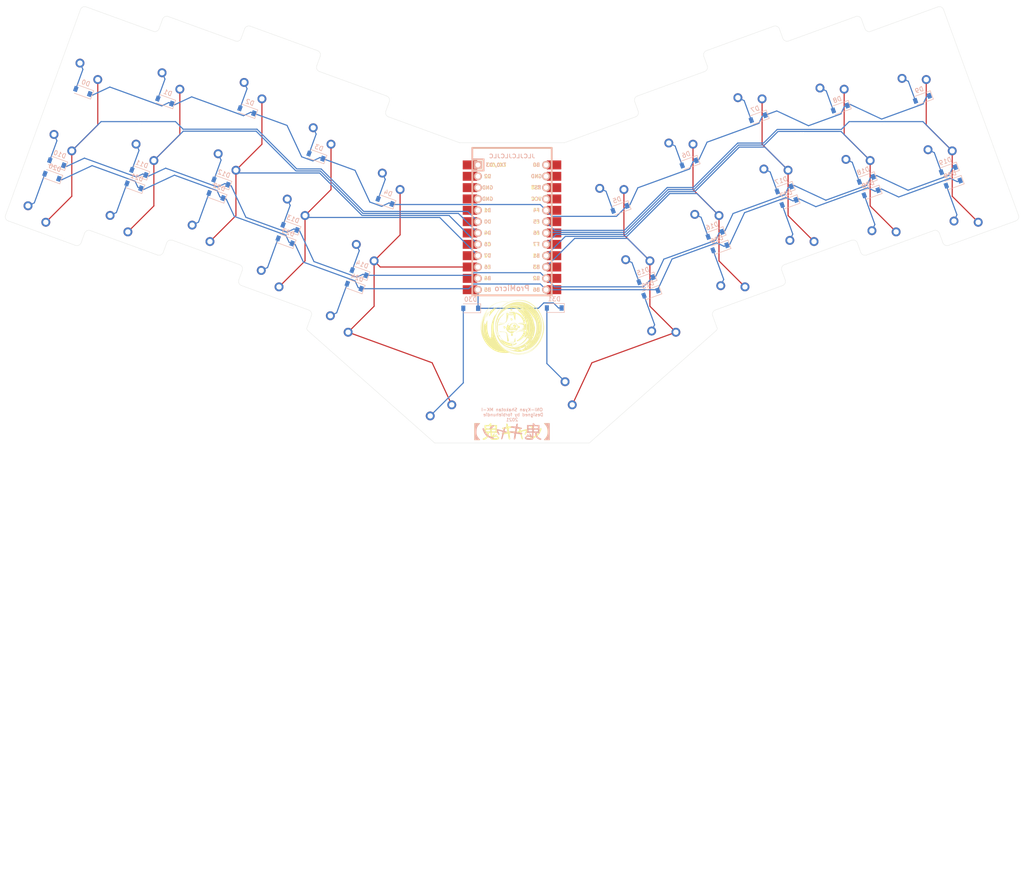
<source format=kicad_pcb>
(kicad_pcb (version 20171130) (host pcbnew "(5.1.4)-1")
  (layers (0 F.Cu signal) (31 B.Cu signal) (34 B.Paste user hide) (35 F.Paste user hide) (36 B.SilkS user) (37 F.SilkS user) (38 B.Mask user) (39 F.Mask user) (44 Edge.Cuts user))
  (net 0 "")
  (net 1 ROW0)
  (net 2 "Net-(D0-Pad2)")
  (net 3 "Net-(D1-Pad2)")
  (net 4 "Net-(D2-Pad2)")
  (net 5 "Net-(D3-Pad2)")
  (net 6 "Net-(D4-Pad2)")
  (net 7 "Net-(D5-Pad2)")
  (net 8 "Net-(D6-Pad2)")
  (net 9 "Net-(D7-Pad2)")
  (net 10 "Net-(D8-Pad2)")
  (net 11 "Net-(D9-Pad2)")
  (net 12 ROW1)
  (net 13 "Net-(D10-Pad2)")
  (net 14 "Net-(D11-Pad2)")
  (net 15 "Net-(D12-Pad2)")
  (net 16 "Net-(D13-Pad2)")
  (net 17 "Net-(D14-Pad2)")
  (net 18 "Net-(D15-Pad2)")
  (net 19 "Net-(D16-Pad2)")
  (net 20 "Net-(D17-Pad2)")
  (net 21 "Net-(D18-Pad2)")
  (net 22 "Net-(D19-Pad2)")
  (net 23 ROW2)
  (net 24 "Net-(D20-Pad2)")
  (net 25 "Net-(D21-Pad2)")
  (net 26 "Net-(D22-Pad2)")
  (net 27 "Net-(D23-Pad2)")
  (net 28 "Net-(D24-Pad2)")
  (net 29 "Net-(D25-Pad2)")
  (net 30 "Net-(D26-Pad2)")
  (net 31 "Net-(D27-Pad2)")
  (net 32 "Net-(D28-Pad2)")
  (net 33 "Net-(D29-Pad2)")
  (net 34 "Net-(D30-Pad2)")
  (net 35 COL0)
  (net 36 COL1)
  (net 37 COL2)
  (net 38 COL3)
  (net 39 COL4)
  (net 40 COL5)
  (net 41 COL6)
  (net 42 COL7)
  (net 43 COL8)
  (net 44 COL9)
  (net 45 "Net-(U0-Pad24)")
  (net 46 "Net-(U0-Pad23)")
  (net 47 "Net-(U0-Pad22)")
  (net 48 "Net-(U0-Pad21)")
  (net 49 "Net-(U0-Pad11)")
  (net 50 "Net-(U0-Pad5)")
  (net 51 "Net-(U0-Pad4)")
  (net 52 "Net-(U0-Pad3)")
  (net 53 "Net-(U0-Pad2)")
  (net 54 "Net-(U0-Pad1)")
  (net 55 ROW3)
  (net 56 "Net-(D31-Pad2)")
  (module Keebio-Parts:Kailh-PG1350-1.25u-noLED (layer F.Cu) (at 160.875 127.500001 310)
    (fp_text reference MX31)
    (fp_text value MX-NoLED hide)
    (pad "" np_thru_hole circle (at 5.5 0 130) (size 1.7 1.7) (drill 1.7) (layers *.Cu *.Mask))
    (pad "" np_thru_hole circle (at -5.5 0 130) (size 1.7 1.7) (drill 1.7) (layers *.Cu *.Mask))
    (pad 2 thru_hole circle (at -5 3.8 351.9) (size 2 2) (drill 1.2) (layers *.Cu B.Mask) (net 56 "Net-(D31-Pad2)"))
    (pad 1 thru_hole circle (at 0 5.9 130) (size 2 2) (drill 1.2) (layers *.Cu B.Mask) (net 40 COL5))
    (pad "" np_thru_hole circle (at 0 0 130) (size 3.4 3.4) (drill 3.4) (layers *.Cu *.Mask))
    (pad "" np_thru_hole circle (at 5.22 -4.2 130) (size 1.2 1.2) (drill 1.2) (layers *.Cu *.Mask))
  )
  (module Keebio-Parts:Kailh-PG1350-1.25u-noLED (layer F.Cu) (at 124.875 127.5 50)
    (fp_text reference MX30)
    (fp_text value MX-NoLED hide)
    (pad "" np_thru_hole circle (at 5.5 0 230) (size 1.7 1.7) (drill 1.7) (layers *.Cu *.Mask))
    (pad "" np_thru_hole circle (at -5.5 0 230) (size 1.7 1.7) (drill 1.7) (layers *.Cu *.Mask))
    (pad 2 thru_hole circle (at -5 3.8 91.9) (size 2 2) (drill 1.2) (layers *.Cu B.Mask) (net 34 "Net-(D30-Pad2)"))
    (pad 1 thru_hole circle (at 0 5.9 230) (size 2 2) (drill 1.2) (layers *.Cu B.Mask) (net 39 COL4))
    (pad "" np_thru_hole circle (at 0 0 230) (size 3.4 3.4) (drill 3.4) (layers *.Cu *.Mask))
    (pad "" np_thru_hole circle (at 5.22 -4.2 230) (size 1.2 1.2) (drill 1.2) (layers *.Cu *.Mask))
  )
  (module Keebio-Parts:Kailh-PG1350-1u-NoLED-Bmask (layer F.Cu) (at 92.7593 99.333016 340)
    (fp_text reference MX23)
    (fp_text value MX-NoLED hide)
    (pad "" np_thru_hole circle (at 0 0 160) (size 3.4 3.4) (drill 3.4) (layers *.Cu *.Mask))
    (pad 1 thru_hole circle (at 0 5.9 160) (size 2 2) (drill 1.2) (layers *.Cu B.Mask) (net 38 COL3))
    (pad 2 thru_hole circle (at -5 3.8 21.9) (size 2 2) (drill 1.2) (layers *.Cu B.Mask) (net 27 "Net-(D23-Pad2)"))
    (pad "" np_thru_hole circle (at -5.5 0 160) (size 1.7 1.7) (drill 1.7) (layers *.Cu *.Mask))
    (pad "" np_thru_hole circle (at 5.5 0 160) (size 1.7 1.7) (drill 1.7) (layers *.Cu *.Mask))
  )
  (module Keebio-Parts:Kailh-PG1350-1u-NoLED-Bmask (layer F.Cu) (at 202.637243 73.208185 20)
    (fp_text reference MX17)
    (fp_text value MX-NoLED hide)
    (pad "" np_thru_hole circle (at 0 0 200) (size 3.4 3.4) (drill 3.4) (layers *.Cu *.Mask))
    (pad 1 thru_hole circle (at 0 5.9 200) (size 2 2) (drill 1.2) (layers *.Cu B.Mask) (net 42 COL7))
    (pad 2 thru_hole circle (at -5 3.8 61.9) (size 2 2) (drill 1.2) (layers *.Cu B.Mask) (net 20 "Net-(D17-Pad2)"))
    (pad "" np_thru_hole circle (at -5.5 0 200) (size 1.7 1.7) (drill 1.7) (layers *.Cu *.Mask))
    (pad "" np_thru_hole circle (at 5.5 0 200) (size 1.7 1.7) (drill 1.7) (layers *.Cu *.Mask))
  )
  (module Keebio-Parts:Kailh-PG1350-1u-NoLED-Bmask (layer F.Cu) (at 245.187691 84.85762 20)
    (fp_text reference MX29)
    (fp_text value MX-NoLED hide)
    (pad "" np_thru_hole circle (at 0 0 200) (size 3.4 3.4) (drill 3.4) (layers *.Cu *.Mask))
    (pad 1 thru_hole circle (at 0 5.9 200) (size 2 2) (drill 1.2) (layers *.Cu B.Mask) (net 44 COL9))
    (pad 2 thru_hole circle (at -5 3.8 61.9) (size 2 2) (drill 1.2) (layers *.Cu B.Mask) (net 33 "Net-(D29-Pad2)"))
    (pad "" np_thru_hole circle (at -5.5 0 200) (size 1.7 1.7) (drill 1.7) (layers *.Cu *.Mask))
    (pad "" np_thru_hole circle (at 5.5 0 200) (size 1.7 1.7) (drill 1.7) (layers *.Cu *.Mask))
  )
  (module Keebio-Parts:Kailh-PG1350-1u-NoLED-Bmask (layer F.Cu) (at 226.819635 87.020289 20)
    (fp_text reference MX28)
    (fp_text value MX-NoLED hide)
    (pad "" np_thru_hole circle (at 0 0 200) (size 3.4 3.4) (drill 3.4) (layers *.Cu *.Mask))
    (pad 1 thru_hole circle (at 0 5.9 200) (size 2 2) (drill 1.2) (layers *.Cu B.Mask) (net 43 COL8))
    (pad 2 thru_hole circle (at -5 3.8 61.9) (size 2 2) (drill 1.2) (layers *.Cu B.Mask) (net 32 "Net-(D28-Pad2)"))
    (pad "" np_thru_hole circle (at -5.5 0 200) (size 1.7 1.7) (drill 1.7) (layers *.Cu *.Mask))
    (pad "" np_thru_hole circle (at 5.5 0 200) (size 1.7 1.7) (drill 1.7) (layers *.Cu *.Mask))
  )
  (module Keebio-Parts:Kailh-PG1350-1u-NoLED-Bmask (layer F.Cu) (at 208.451584 89.18296 20)
    (fp_text reference MX27)
    (fp_text value MX-NoLED hide)
    (pad "" np_thru_hole circle (at 0 0 200) (size 3.4 3.4) (drill 3.4) (layers *.Cu *.Mask))
    (pad 1 thru_hole circle (at 0 5.9 200) (size 2 2) (drill 1.2) (layers *.Cu B.Mask) (net 42 COL7))
    (pad 2 thru_hole circle (at -5 3.8 61.9) (size 2 2) (drill 1.2) (layers *.Cu B.Mask) (net 31 "Net-(D27-Pad2)"))
    (pad "" np_thru_hole circle (at -5.5 0 200) (size 1.7 1.7) (drill 1.7) (layers *.Cu *.Mask))
    (pad "" np_thru_hole circle (at 5.5 0 200) (size 1.7 1.7) (drill 1.7) (layers *.Cu *.Mask))
  )
  (module Keebio-Parts:Kailh-PG1350-1u-NoLED-Bmask (layer F.Cu) (at 192.990702 99.333015 20)
    (fp_text reference MX26)
    (fp_text value MX-NoLED hide)
    (pad "" np_thru_hole circle (at 0 0 200) (size 3.4 3.4) (drill 3.4) (layers *.Cu *.Mask))
    (pad 1 thru_hole circle (at 0 5.9 200) (size 2 2) (drill 1.2) (layers *.Cu B.Mask) (net 41 COL6))
    (pad 2 thru_hole circle (at -5 3.8 61.9) (size 2 2) (drill 1.2) (layers *.Cu B.Mask) (net 30 "Net-(D26-Pad2)"))
    (pad "" np_thru_hole circle (at -5.5 0 200) (size 1.7 1.7) (drill 1.7) (layers *.Cu *.Mask))
    (pad "" np_thru_hole circle (at 5.5 0 200) (size 1.7 1.7) (drill 1.7) (layers *.Cu *.Mask))
  )
  (module Keebio-Parts:Kailh-PG1350-1u-NoLED-Bmask (layer F.Cu) (at 177.529822 109.48307 20)
    (fp_text reference MX25)
    (fp_text value MX-NoLED hide)
    (pad "" np_thru_hole circle (at 0 0 200) (size 3.4 3.4) (drill 3.4) (layers *.Cu *.Mask))
    (pad 1 thru_hole circle (at 0 5.9 200) (size 2 2) (drill 1.2) (layers *.Cu B.Mask) (net 40 COL5))
    (pad 2 thru_hole circle (at -5 3.8 61.9) (size 2 2) (drill 1.2) (layers *.Cu B.Mask) (net 29 "Net-(D25-Pad2)"))
    (pad "" np_thru_hole circle (at -5.5 0 200) (size 1.7 1.7) (drill 1.7) (layers *.Cu *.Mask))
    (pad "" np_thru_hole circle (at 5.5 0 200) (size 1.7 1.7) (drill 1.7) (layers *.Cu *.Mask))
  )
  (module Keebio-Parts:Kailh-PG1350-1u-NoLED-Bmask (layer F.Cu) (at 108.22018 109.483072 340)
    (fp_text reference MX24)
    (fp_text value MX-NoLED hide)
    (pad "" np_thru_hole circle (at 0 0 160) (size 3.4 3.4) (drill 3.4) (layers *.Cu *.Mask))
    (pad 1 thru_hole circle (at 0 5.9 160) (size 2 2) (drill 1.2) (layers *.Cu B.Mask) (net 39 COL4))
    (pad 2 thru_hole circle (at -5 3.8 21.9) (size 2 2) (drill 1.2) (layers *.Cu B.Mask) (net 28 "Net-(D24-Pad2)"))
    (pad "" np_thru_hole circle (at -5.5 0 160) (size 1.7 1.7) (drill 1.7) (layers *.Cu *.Mask))
    (pad "" np_thru_hole circle (at 5.5 0 160) (size 1.7 1.7) (drill 1.7) (layers *.Cu *.Mask))
  )
  (module Keebio-Parts:Kailh-PG1350-1u-NoLED-Bmask (layer F.Cu) (at 77.298416 89.182957 340)
    (fp_text reference MX22)
    (fp_text value MX-NoLED hide)
    (pad "" np_thru_hole circle (at 0 0 160) (size 3.4 3.4) (drill 3.4) (layers *.Cu *.Mask))
    (pad 1 thru_hole circle (at 0 5.9 160) (size 2 2) (drill 1.2) (layers *.Cu B.Mask) (net 37 COL2))
    (pad 2 thru_hole circle (at -5 3.8 21.9) (size 2 2) (drill 1.2) (layers *.Cu B.Mask) (net 26 "Net-(D22-Pad2)"))
    (pad "" np_thru_hole circle (at -5.5 0 160) (size 1.7 1.7) (drill 1.7) (layers *.Cu *.Mask))
    (pad "" np_thru_hole circle (at 5.5 0 160) (size 1.7 1.7) (drill 1.7) (layers *.Cu *.Mask))
  )
  (module Keebio-Parts:Kailh-PG1350-1u-NoLED-Bmask (layer F.Cu) (at 58.930363 87.020292 340)
    (fp_text reference MX21)
    (fp_text value MX-NoLED hide)
    (pad "" np_thru_hole circle (at 0 0 160) (size 3.4 3.4) (drill 3.4) (layers *.Cu *.Mask))
    (pad 1 thru_hole circle (at 0 5.9 160) (size 2 2) (drill 1.2) (layers *.Cu B.Mask) (net 36 COL1))
    (pad 2 thru_hole circle (at -5 3.8 21.9) (size 2 2) (drill 1.2) (layers *.Cu B.Mask) (net 25 "Net-(D21-Pad2)"))
    (pad "" np_thru_hole circle (at -5.5 0 160) (size 1.7 1.7) (drill 1.7) (layers *.Cu *.Mask))
    (pad "" np_thru_hole circle (at 5.5 0 160) (size 1.7 1.7) (drill 1.7) (layers *.Cu *.Mask))
  )
  (module Keebio-Parts:Kailh-PG1350-1u-NoLED-Bmask (layer F.Cu) (at 40.562309 84.85762 340)
    (fp_text reference MX20)
    (fp_text value MX-NoLED hide)
    (pad "" np_thru_hole circle (at 0 0 160) (size 3.4 3.4) (drill 3.4) (layers *.Cu *.Mask))
    (pad 1 thru_hole circle (at 0 5.9 160) (size 2 2) (drill 1.2) (layers *.Cu B.Mask) (net 35 COL0))
    (pad 2 thru_hole circle (at -5 3.8 21.9) (size 2 2) (drill 1.2) (layers *.Cu B.Mask) (net 24 "Net-(D20-Pad2)"))
    (pad "" np_thru_hole circle (at -5.5 0 160) (size 1.7 1.7) (drill 1.7) (layers *.Cu *.Mask))
    (pad "" np_thru_hole circle (at 5.5 0 160) (size 1.7 1.7) (drill 1.7) (layers *.Cu *.Mask))
  )
  (module Keebio-Parts:Kailh-PG1350-1u-NoLED-Bmask (layer F.Cu) (at 239.373346 68.882845 20)
    (fp_text reference MX19)
    (fp_text value MX-NoLED hide)
    (pad "" np_thru_hole circle (at 0 0 200) (size 3.4 3.4) (drill 3.4) (layers *.Cu *.Mask))
    (pad 1 thru_hole circle (at 0 5.9 200) (size 2 2) (drill 1.2) (layers *.Cu B.Mask) (net 44 COL9))
    (pad 2 thru_hole circle (at -5 3.8 61.9) (size 2 2) (drill 1.2) (layers *.Cu B.Mask) (net 22 "Net-(D19-Pad2)"))
    (pad "" np_thru_hole circle (at -5.5 0 200) (size 1.7 1.7) (drill 1.7) (layers *.Cu *.Mask))
    (pad "" np_thru_hole circle (at 5.5 0 200) (size 1.7 1.7) (drill 1.7) (layers *.Cu *.Mask))
  )
  (module Keebio-Parts:Kailh-PG1350-1u-NoLED-Bmask (layer F.Cu) (at 221.005293 71.045516 20)
    (fp_text reference MX18)
    (fp_text value MX-NoLED hide)
    (pad "" np_thru_hole circle (at 0 0 200) (size 3.4 3.4) (drill 3.4) (layers *.Cu *.Mask))
    (pad 1 thru_hole circle (at 0 5.9 200) (size 2 2) (drill 1.2) (layers *.Cu B.Mask) (net 43 COL8))
    (pad 2 thru_hole circle (at -5 3.8 61.9) (size 2 2) (drill 1.2) (layers *.Cu B.Mask) (net 21 "Net-(D18-Pad2)"))
    (pad "" np_thru_hole circle (at -5.5 0 200) (size 1.7 1.7) (drill 1.7) (layers *.Cu *.Mask))
    (pad "" np_thru_hole circle (at 5.5 0 200) (size 1.7 1.7) (drill 1.7) (layers *.Cu *.Mask))
  )
  (module Keebio-Parts:Kailh-PG1350-1u-NoLED-Bmask (layer F.Cu) (at 187.176359 83.358243 20)
    (fp_text reference MX16)
    (fp_text value MX-NoLED hide)
    (pad "" np_thru_hole circle (at 0 0 200) (size 3.4 3.4) (drill 3.4) (layers *.Cu *.Mask))
    (pad 1 thru_hole circle (at 0 5.9 200) (size 2 2) (drill 1.2) (layers *.Cu B.Mask) (net 41 COL6))
    (pad 2 thru_hole circle (at -5 3.8 61.9) (size 2 2) (drill 1.2) (layers *.Cu B.Mask) (net 19 "Net-(D16-Pad2)"))
    (pad "" np_thru_hole circle (at -5.5 0 200) (size 1.7 1.7) (drill 1.7) (layers *.Cu *.Mask))
    (pad "" np_thru_hole circle (at 5.5 0 200) (size 1.7 1.7) (drill 1.7) (layers *.Cu *.Mask))
  )
  (module Keebio-Parts:Kailh-PG1350-1u-NoLED-Bmask (layer F.Cu) (at 171.71548 93.508298 20)
    (fp_text reference MX15)
    (fp_text value MX-NoLED hide)
    (pad "" np_thru_hole circle (at 0 0 200) (size 3.4 3.4) (drill 3.4) (layers *.Cu *.Mask))
    (pad 1 thru_hole circle (at 0 5.9 200) (size 2 2) (drill 1.2) (layers *.Cu B.Mask) (net 40 COL5))
    (pad 2 thru_hole circle (at -5 3.8 61.9) (size 2 2) (drill 1.2) (layers *.Cu B.Mask) (net 18 "Net-(D15-Pad2)"))
    (pad "" np_thru_hole circle (at -5.5 0 200) (size 1.7 1.7) (drill 1.7) (layers *.Cu *.Mask))
    (pad "" np_thru_hole circle (at 5.5 0 200) (size 1.7 1.7) (drill 1.7) (layers *.Cu *.Mask))
  )
  (module Keebio-Parts:Kailh-PG1350-1u-NoLED-Bmask (layer F.Cu) (at 114.034522 93.508298 340)
    (fp_text reference MX14)
    (fp_text value MX-NoLED hide)
    (pad "" np_thru_hole circle (at 0 0 160) (size 3.4 3.4) (drill 3.4) (layers *.Cu *.Mask))
    (pad 1 thru_hole circle (at 0 5.9 160) (size 2 2) (drill 1.2) (layers *.Cu B.Mask) (net 39 COL4))
    (pad 2 thru_hole circle (at -5 3.8 21.9) (size 2 2) (drill 1.2) (layers *.Cu B.Mask) (net 17 "Net-(D14-Pad2)"))
    (pad "" np_thru_hole circle (at -5.5 0 160) (size 1.7 1.7) (drill 1.7) (layers *.Cu *.Mask))
    (pad "" np_thru_hole circle (at 5.5 0 160) (size 1.7 1.7) (drill 1.7) (layers *.Cu *.Mask))
  )
  (module Keebio-Parts:Kailh-PG1350-1u-NoLED-Bmask (layer F.Cu) (at 98.57364 83.358243 340)
    (fp_text reference MX13)
    (fp_text value MX-NoLED hide)
    (pad "" np_thru_hole circle (at 0 0 160) (size 3.4 3.4) (drill 3.4) (layers *.Cu *.Mask))
    (pad 1 thru_hole circle (at 0 5.9 160) (size 2 2) (drill 1.2) (layers *.Cu B.Mask) (net 38 COL3))
    (pad 2 thru_hole circle (at -5 3.8 21.9) (size 2 2) (drill 1.2) (layers *.Cu B.Mask) (net 16 "Net-(D13-Pad2)"))
    (pad "" np_thru_hole circle (at -5.5 0 160) (size 1.7 1.7) (drill 1.7) (layers *.Cu *.Mask))
    (pad "" np_thru_hole circle (at 5.5 0 160) (size 1.7 1.7) (drill 1.7) (layers *.Cu *.Mask))
  )
  (module Keebio-Parts:Kailh-PG1350-1u-NoLED-Bmask (layer F.Cu) (at 83.112758 73.208185 340)
    (fp_text reference MX12)
    (fp_text value MX-NoLED hide)
    (pad "" np_thru_hole circle (at 0 0 160) (size 3.4 3.4) (drill 3.4) (layers *.Cu *.Mask))
    (pad 1 thru_hole circle (at 0 5.9 160) (size 2 2) (drill 1.2) (layers *.Cu B.Mask) (net 37 COL2))
    (pad 2 thru_hole circle (at -5 3.8 21.9) (size 2 2) (drill 1.2) (layers *.Cu B.Mask) (net 15 "Net-(D12-Pad2)"))
    (pad "" np_thru_hole circle (at -5.5 0 160) (size 1.7 1.7) (drill 1.7) (layers *.Cu *.Mask))
    (pad "" np_thru_hole circle (at 5.5 0 160) (size 1.7 1.7) (drill 1.7) (layers *.Cu *.Mask))
  )
  (module Keebio-Parts:Kailh-PG1350-1u-NoLED-Bmask (layer F.Cu) (at 64.744707 71.045517 340)
    (fp_text reference MX11)
    (fp_text value MX-NoLED hide)
    (pad "" np_thru_hole circle (at 0 0 160) (size 3.4 3.4) (drill 3.4) (layers *.Cu *.Mask))
    (pad 1 thru_hole circle (at 0 5.9 160) (size 2 2) (drill 1.2) (layers *.Cu B.Mask) (net 36 COL1))
    (pad 2 thru_hole circle (at -5 3.8 21.9) (size 2 2) (drill 1.2) (layers *.Cu B.Mask) (net 14 "Net-(D11-Pad2)"))
    (pad "" np_thru_hole circle (at -5.5 0 160) (size 1.7 1.7) (drill 1.7) (layers *.Cu *.Mask))
    (pad "" np_thru_hole circle (at 5.5 0 160) (size 1.7 1.7) (drill 1.7) (layers *.Cu *.Mask))
  )
  (module Keebio-Parts:Kailh-PG1350-1u-NoLED-Bmask (layer F.Cu) (at 46.376655 68.882845 340)
    (fp_text reference MX10)
    (fp_text value MX-NoLED hide)
    (pad "" np_thru_hole circle (at 0 0 160) (size 3.4 3.4) (drill 3.4) (layers *.Cu *.Mask))
    (pad 1 thru_hole circle (at 0 5.9 160) (size 2 2) (drill 1.2) (layers *.Cu B.Mask) (net 35 COL0))
    (pad 2 thru_hole circle (at -5 3.8 21.9) (size 2 2) (drill 1.2) (layers *.Cu B.Mask) (net 13 "Net-(D10-Pad2)"))
    (pad "" np_thru_hole circle (at -5.5 0 160) (size 1.7 1.7) (drill 1.7) (layers *.Cu *.Mask))
    (pad "" np_thru_hole circle (at 5.5 0 160) (size 1.7 1.7) (drill 1.7) (layers *.Cu *.Mask))
  )
  (module Keebio-Parts:Kailh-PG1350-1u-NoLED-Bmask (layer F.Cu) (at 233.559003 52.908071 20)
    (fp_text reference MX9)
    (fp_text value MX-NoLED hide)
    (pad "" np_thru_hole circle (at 0 0 200) (size 3.4 3.4) (drill 3.4) (layers *.Cu *.Mask))
    (pad 1 thru_hole circle (at 0 5.9 200) (size 2 2) (drill 1.2) (layers *.Cu B.Mask) (net 44 COL9))
    (pad 2 thru_hole circle (at -5 3.8 61.9) (size 2 2) (drill 1.2) (layers *.Cu B.Mask) (net 11 "Net-(D9-Pad2)"))
    (pad "" np_thru_hole circle (at -5.5 0 200) (size 1.7 1.7) (drill 1.7) (layers *.Cu *.Mask))
    (pad "" np_thru_hole circle (at 5.5 0 200) (size 1.7 1.7) (drill 1.7) (layers *.Cu *.Mask))
  )
  (module Keebio-Parts:Kailh-PG1350-1u-NoLED-Bmask (layer F.Cu) (at 215.190952 55.070742 20)
    (fp_text reference MX8)
    (fp_text value MX-NoLED hide)
    (pad "" np_thru_hole circle (at 0 0 200) (size 3.4 3.4) (drill 3.4) (layers *.Cu *.Mask))
    (pad 1 thru_hole circle (at 0 5.9 200) (size 2 2) (drill 1.2) (layers *.Cu B.Mask) (net 43 COL8))
    (pad 2 thru_hole circle (at -5 3.8 61.9) (size 2 2) (drill 1.2) (layers *.Cu B.Mask) (net 10 "Net-(D8-Pad2)"))
    (pad "" np_thru_hole circle (at -5.5 0 200) (size 1.7 1.7) (drill 1.7) (layers *.Cu *.Mask))
    (pad "" np_thru_hole circle (at 5.5 0 200) (size 1.7 1.7) (drill 1.7) (layers *.Cu *.Mask))
  )
  (module Keebio-Parts:Kailh-PG1350-1u-NoLED-Bmask (layer F.Cu) (at 196.822899 57.23341 20)
    (fp_text reference MX7)
    (fp_text value MX-NoLED hide)
    (pad "" np_thru_hole circle (at 0 0 200) (size 3.4 3.4) (drill 3.4) (layers *.Cu *.Mask))
    (pad 1 thru_hole circle (at 0 5.9 200) (size 2 2) (drill 1.2) (layers *.Cu B.Mask) (net 42 COL7))
    (pad 2 thru_hole circle (at -5 3.8 61.9) (size 2 2) (drill 1.2) (layers *.Cu B.Mask) (net 9 "Net-(D7-Pad2)"))
    (pad "" np_thru_hole circle (at -5.5 0 200) (size 1.7 1.7) (drill 1.7) (layers *.Cu *.Mask))
    (pad "" np_thru_hole circle (at 5.5 0 200) (size 1.7 1.7) (drill 1.7) (layers *.Cu *.Mask))
  )
  (module Keebio-Parts:Kailh-PG1350-1u-NoLED-Bmask (layer F.Cu) (at 181.362019 67.383465 20)
    (fp_text reference MX6)
    (fp_text value MX-NoLED hide)
    (pad "" np_thru_hole circle (at 0 0 200) (size 3.4 3.4) (drill 3.4) (layers *.Cu *.Mask))
    (pad 1 thru_hole circle (at 0 5.9 200) (size 2 2) (drill 1.2) (layers *.Cu B.Mask) (net 41 COL6))
    (pad 2 thru_hole circle (at -5 3.8 61.9) (size 2 2) (drill 1.2) (layers *.Cu B.Mask) (net 8 "Net-(D6-Pad2)"))
    (pad "" np_thru_hole circle (at -5.5 0 200) (size 1.7 1.7) (drill 1.7) (layers *.Cu *.Mask))
    (pad "" np_thru_hole circle (at 5.5 0 200) (size 1.7 1.7) (drill 1.7) (layers *.Cu *.Mask))
  )
  (module Keebio-Parts:Kailh-PG1350-1u-NoLED-Bmask (layer F.Cu) (at 165.901135 77.53352 20)
    (fp_text reference MX5)
    (fp_text value MX-NoLED hide)
    (pad "" np_thru_hole circle (at 0 0 200) (size 3.4 3.4) (drill 3.4) (layers *.Cu *.Mask))
    (pad 1 thru_hole circle (at 0 5.9 200) (size 2 2) (drill 1.2) (layers *.Cu B.Mask) (net 40 COL5))
    (pad 2 thru_hole circle (at -5 3.8 61.9) (size 2 2) (drill 1.2) (layers *.Cu B.Mask) (net 7 "Net-(D5-Pad2)"))
    (pad "" np_thru_hole circle (at -5.5 0 200) (size 1.7 1.7) (drill 1.7) (layers *.Cu *.Mask))
    (pad "" np_thru_hole circle (at 5.5 0 200) (size 1.7 1.7) (drill 1.7) (layers *.Cu *.Mask))
  )
  (module Keebio-Parts:Kailh-PG1350-1u-NoLED-Bmask (layer F.Cu) (at 119.848866 77.533522 340)
    (fp_text reference MX4)
    (fp_text value MX-NoLED hide)
    (pad "" np_thru_hole circle (at 0 0 160) (size 3.4 3.4) (drill 3.4) (layers *.Cu *.Mask))
    (pad 1 thru_hole circle (at 0 5.9 160) (size 2 2) (drill 1.2) (layers *.Cu B.Mask) (net 39 COL4))
    (pad 2 thru_hole circle (at -5 3.8 21.9) (size 2 2) (drill 1.2) (layers *.Cu B.Mask) (net 6 "Net-(D4-Pad2)"))
    (pad "" np_thru_hole circle (at -5.5 0 160) (size 1.7 1.7) (drill 1.7) (layers *.Cu *.Mask))
    (pad "" np_thru_hole circle (at 5.5 0 160) (size 1.7 1.7) (drill 1.7) (layers *.Cu *.Mask))
  )
  (module Keebio-Parts:Kailh-PG1350-1u-NoLED-Bmask (layer F.Cu) (at 104.387981 67.383465 340)
    (fp_text reference MX3)
    (fp_text value MX-NoLED hide)
    (pad "" np_thru_hole circle (at 0 0 160) (size 3.4 3.4) (drill 3.4) (layers *.Cu *.Mask))
    (pad 1 thru_hole circle (at 0 5.9 160) (size 2 2) (drill 1.2) (layers *.Cu B.Mask) (net 38 COL3))
    (pad 2 thru_hole circle (at -5 3.8 21.9) (size 2 2) (drill 1.2) (layers *.Cu B.Mask) (net 5 "Net-(D3-Pad2)"))
    (pad "" np_thru_hole circle (at -5.5 0 160) (size 1.7 1.7) (drill 1.7) (layers *.Cu *.Mask))
    (pad "" np_thru_hole circle (at 5.5 0 160) (size 1.7 1.7) (drill 1.7) (layers *.Cu *.Mask))
  )
  (module Keebio-Parts:Kailh-PG1350-1u-NoLED-Bmask (layer F.Cu) (at 88.927101 57.233412 340)
    (fp_text reference MX2)
    (fp_text value MX-NoLED hide)
    (pad "" np_thru_hole circle (at 0 0 160) (size 3.4 3.4) (drill 3.4) (layers *.Cu *.Mask))
    (pad 1 thru_hole circle (at 0 5.9 160) (size 2 2) (drill 1.2) (layers *.Cu B.Mask) (net 37 COL2))
    (pad 2 thru_hole circle (at -5 3.8 21.9) (size 2 2) (drill 1.2) (layers *.Cu B.Mask) (net 4 "Net-(D2-Pad2)"))
    (pad "" np_thru_hole circle (at -5.5 0 160) (size 1.7 1.7) (drill 1.7) (layers *.Cu *.Mask))
    (pad "" np_thru_hole circle (at 5.5 0 160) (size 1.7 1.7) (drill 1.7) (layers *.Cu *.Mask))
  )
  (module Keebio-Parts:Kailh-PG1350-1u-NoLED-Bmask (layer F.Cu) (at 70.559046 55.070742 340)
    (fp_text reference MX1)
    (fp_text value MX-NoLED hide)
    (pad "" np_thru_hole circle (at 0 0 160) (size 3.4 3.4) (drill 3.4) (layers *.Cu *.Mask))
    (pad 1 thru_hole circle (at 0 5.9 160) (size 2 2) (drill 1.2) (layers *.Cu B.Mask) (net 36 COL1))
    (pad 2 thru_hole circle (at -5 3.8 21.9) (size 2 2) (drill 1.2) (layers *.Cu B.Mask) (net 3 "Net-(D1-Pad2)"))
    (pad "" np_thru_hole circle (at -5.5 0 160) (size 1.7 1.7) (drill 1.7) (layers *.Cu *.Mask))
    (pad "" np_thru_hole circle (at 5.5 0 160) (size 1.7 1.7) (drill 1.7) (layers *.Cu *.Mask))
  )
  (module Keebio-Parts:Kailh-PG1350-1u-NoLED-Bmask (layer F.Cu) (at 52.190994 52.908069 340)
    (fp_text reference MX0)
    (fp_text value MX-NoLED hide)
    (pad "" np_thru_hole circle (at 0 0 160) (size 3.4 3.4) (drill 3.4) (layers *.Cu *.Mask))
    (pad 1 thru_hole circle (at 0 5.9 160) (size 2 2) (drill 1.2) (layers *.Cu B.Mask) (net 35 COL0))
    (pad 2 thru_hole circle (at -5 3.8 21.9) (size 2 2) (drill 1.2) (layers *.Cu B.Mask) (net 2 "Net-(D0-Pad2)"))
    (pad "" np_thru_hole circle (at -5.5 0 160) (size 1.7 1.7) (drill 1.7) (layers *.Cu *.Mask))
    (pad "" np_thru_hole circle (at 5.5 0 160) (size 1.7 1.7) (drill 1.7) (layers *.Cu *.Mask))
  )
  (module OniKyan-SS:MkII-shakotan (layer F.Cu) (at 142.726289 113.75)
    (fp_text reference SS0 hide)
    (fp_text value "MKII SS" hide)
  )
  (module Keebio-Parts:Elite-C-castellated-24pin-holes (layer F.Cu) (at 142.875 91.539272 270)
    (fp_text reference U0 hide)
    (fp_text value ProMicro (at 13.648228 0 180) (layer B.SilkS) (effects (font (size 1.2 1.2) (thickness 0.2032)) (justify mirror)))
    (fp_text user B5 (at 13.97 5.461) (layer F.SilkS) (effects (font (size 0.8 0.8))))
    (fp_text user B5 (at 13.97 5.461) (layer B.SilkS) (effects (font (size 0.8 0.8)) (justify mirror)))
    (fp_text user B6 (at 13.97 -5.460998) (layer B.SilkS) (effects (font (size 0.8 0.8)) (justify mirror)))
    (fp_text user B6 (at 13.97 -5.461) (layer F.SilkS) (effects (font (size 0.8 0.8))))
    (fp_text user D2 (at -11.43 5.461) (layer B.SilkS) (effects (font (size 0.8 0.8)) (justify mirror)))
    (fp_text user D0 (at -1.27 5.461) (layer B.SilkS) (effects (font (size 0.8 0.8)) (justify mirror)))
    (fp_text user D1 (at -3.81 5.461) (layer B.SilkS) (effects (font (size 0.8 0.8)) (justify mirror)))
    (fp_text user GND (at -6.35 5.461) (layer B.SilkS) (effects (font (size 0.8 0.8)) (justify mirror)))
    (fp_text user GND (at -8.89 5.461) (layer B.SilkS) (effects (font (size 0.8 0.8)) (justify mirror)))
    (fp_text user D4 (at 1.27 5.461) (layer B.SilkS) (effects (font (size 0.8 0.8)) (justify mirror)))
    (fp_text user C6 (at 3.81 5.461) (layer B.SilkS) (effects (font (size 0.8 0.8)) (justify mirror)))
    (fp_text user D7 (at 6.35 5.461) (layer B.SilkS) (effects (font (size 0.8 0.8)) (justify mirror)))
    (fp_text user E6 (at 8.89 5.461) (layer B.SilkS) (effects (font (size 0.8 0.8)) (justify mirror)))
    (fp_text user B4 (at 11.43 5.461) (layer B.SilkS) (effects (font (size 0.8 0.8)) (justify mirror)))
    (fp_text user B2 (at 11.43 -5.461) (layer F.SilkS) (effects (font (size 0.8 0.8))))
    (fp_text user B3 (at 8.89 -5.461) (layer B.SilkS) (effects (font (size 0.8 0.8)) (justify mirror)))
    (fp_text user B1 (at 6.35 -5.461) (layer B.SilkS) (effects (font (size 0.8 0.8)) (justify mirror)))
    (fp_text user F7 (at 3.81 -5.461) (layer F.SilkS) (effects (font (size 0.8 0.8))))
    (fp_text user F6 (at 1.27 -5.461) (layer F.SilkS) (effects (font (size 0.8 0.8))))
    (fp_text user F5 (at -1.27 -5.461) (layer F.SilkS) (effects (font (size 0.8 0.8))))
    (fp_text user F4 (at -3.81 -5.461) (layer B.SilkS) (effects (font (size 0.8 0.8)) (justify mirror)))
    (fp_text user VCC (at -6.35 -5.461) (layer B.SilkS) (effects (font (size 0.8 0.8)) (justify mirror)))
    (fp_text user GND (at -11.43 -5.461) (layer B.SilkS) (effects (font (size 0.8 0.8)) (justify mirror)))
    (fp_text user B0 (at -13.97 -5.461) (layer B.SilkS) (effects (font (size 0.8 0.8)) (justify mirror)))
    (fp_text user B0 (at -13.97 -5.461) (layer F.SilkS) (effects (font (size 0.8 0.8))))
    (fp_text user GND (at -11.43 -5.461) (layer F.SilkS) (effects (font (size 0.8 0.8))))
    (fp_text user ST (at -8.92 -5.73312) (layer F.SilkS) (effects (font (size 0.8 0.8))))
    (fp_text user VCC (at -6.35 -5.461) (layer F.SilkS) (effects (font (size 0.8 0.8))))
    (fp_text user F4 (at -3.81 -5.461) (layer F.SilkS) (effects (font (size 0.8 0.8))))
    (fp_text user F5 (at -1.27 -5.461) (layer B.SilkS) (effects (font (size 0.8 0.8)) (justify mirror)))
    (fp_text user F6 (at 1.27 -5.461) (layer B.SilkS) (effects (font (size 0.8 0.8)) (justify mirror)))
    (fp_text user F7 (at 3.81 -5.461) (layer B.SilkS) (effects (font (size 0.8 0.8)) (justify mirror)))
    (fp_text user B1 (at 6.35 -5.461) (layer F.SilkS) (effects (font (size 0.8 0.8))))
    (fp_text user B3 (at 8.89 -5.461) (layer F.SilkS) (effects (font (size 0.8 0.8))))
    (fp_text user B2 (at 11.43 -5.461) (layer B.SilkS) (effects (font (size 0.8 0.8)) (justify mirror)))
    (fp_text user B4 (at 11.43 5.461) (layer F.SilkS) (effects (font (size 0.8 0.8))))
    (fp_text user E6 (at 8.89 5.461) (layer F.SilkS) (effects (font (size 0.8 0.8))))
    (fp_text user D7 (at 6.35 5.461) (layer F.SilkS) (effects (font (size 0.8 0.8))))
    (fp_text user C6 (at 3.81 5.461) (layer F.SilkS) (effects (font (size 0.8 0.8))))
    (fp_text user D4 (at 1.27 5.461) (layer F.SilkS) (effects (font (size 0.8 0.8))))
    (fp_text user GND (at -8.89 5.461) (layer F.SilkS) (effects (font (size 0.8 0.8))))
    (fp_text user GND (at -6.35 5.461) (layer F.SilkS) (effects (font (size 0.8 0.8))))
    (fp_text user D1 (at -3.81 5.461) (layer F.SilkS) (effects (font (size 0.8 0.8))))
    (fp_text user D0 (at -1.27 5.461) (layer F.SilkS) (effects (font (size 0.8 0.8))))
    (fp_text user D2 (at -11.43 5.461) (layer F.SilkS) (effects (font (size 0.8 0.8))))
    (fp_text user TX0/D3 (at -13.97 3.571872) (layer B.SilkS) (effects (font (size 0.8 0.8)) (justify mirror)))
    (fp_text user TX0/D3 (at -13.97 3.571872) (layer F.SilkS) (effects (font (size 0.8 0.8))))
    (fp_text user ST (at -8.91 -5.04) (layer B.SilkS) (effects (font (size 0.8 0.8)) (justify mirror)))
    (pad 1 thru_hole rect (at -13.97 7.62 270) (size 1.7526 1.7526) (drill 1.0922) (layers *.Cu *.SilkS *.Mask) (net 54 "Net-(U0-Pad1)"))
    (pad 2 thru_hole circle (at -11.43 7.62 270) (size 1.7526 1.7526) (drill 1.0922) (layers *.Cu *.SilkS *.Mask) (net 53 "Net-(U0-Pad2)"))
    (pad 3 thru_hole circle (at -8.89 7.62 270) (size 1.7526 1.7526) (drill 1.0922) (layers *.Cu *.SilkS *.Mask) (net 52 "Net-(U0-Pad3)"))
    (pad 4 thru_hole circle (at -6.35 7.62 270) (size 1.7526 1.7526) (drill 1.0922) (layers *.Cu *.SilkS *.Mask) (net 51 "Net-(U0-Pad4)"))
    (pad 5 thru_hole circle (at -3.81 7.62 270) (size 1.7526 1.7526) (drill 1.0922) (layers *.Cu *.SilkS *.Mask) (net 50 "Net-(U0-Pad5)"))
    (pad 6 thru_hole circle (at -1.27 7.62 270) (size 1.7526 1.7526) (drill 1.0922) (layers *.Cu *.SilkS *.Mask) (net 35 COL0))
    (pad 7 thru_hole circle (at 1.27 7.62 270) (size 1.7526 1.7526) (drill 1.0922) (layers *.Cu *.SilkS *.Mask) (net 36 COL1))
    (pad 8 thru_hole circle (at 3.81 7.62 270) (size 1.7526 1.7526) (drill 1.0922) (layers *.Cu *.SilkS *.Mask) (net 37 COL2))
    (pad 9 thru_hole circle (at 6.35 7.62 270) (size 1.7526 1.7526) (drill 1.0922) (layers *.Cu *.SilkS *.Mask) (net 38 COL3))
    (pad 10 thru_hole circle (at 8.89 7.62 270) (size 1.7526 1.7526) (drill 1.0922) (layers *.Cu *.SilkS *.Mask) (net 39 COL4))
    (pad 11 thru_hole circle (at 11.43 7.62 270) (size 1.7526 1.7526) (drill 1.0922) (layers *.Cu *.SilkS *.Mask) (net 49 "Net-(U0-Pad11)"))
    (pad 13 thru_hole circle (at 13.97 -7.62 270) (size 1.7526 1.7526) (drill 1.0922) (layers *.Cu *.SilkS *.Mask) (net 23 ROW2))
    (pad 14 thru_hole circle (at 11.43 -7.62 270) (size 1.7526 1.7526) (drill 1.0922) (layers *.Cu *.SilkS *.Mask) (net 12 ROW1))
    (pad 15 thru_hole circle (at 8.89 -7.62 270) (size 1.7526 1.7526) (drill 1.0922) (layers *.Cu *.SilkS *.Mask) (net 40 COL5))
    (pad 16 thru_hole circle (at 6.35 -7.62 270) (size 1.7526 1.7526) (drill 1.0922) (layers *.Cu *.SilkS *.Mask) (net 41 COL6))
    (pad 17 thru_hole circle (at 3.81 -7.62 270) (size 1.7526 1.7526) (drill 1.0922) (layers *.Cu *.SilkS *.Mask) (net 42 COL7))
    (pad 18 thru_hole circle (at 1.27 -7.62 270) (size 1.7526 1.7526) (drill 1.0922) (layers *.Cu *.SilkS *.Mask) (net 43 COL8))
    (pad 19 thru_hole circle (at -1.27 -7.62 270) (size 1.7526 1.7526) (drill 1.0922) (layers *.Cu *.SilkS *.Mask) (net 44 COL9))
    (pad 20 thru_hole circle (at -3.81 -7.62 270) (size 1.7526 1.7526) (drill 1.0922) (layers *.Cu *.SilkS *.Mask) (net 1 ROW0))
    (pad 21 thru_hole circle (at -6.35 -7.62 270) (size 1.7526 1.7526) (drill 1.0922) (layers *.Cu *.SilkS *.Mask) (net 48 "Net-(U0-Pad21)"))
    (pad 22 thru_hole circle (at -8.89 -7.62 270) (size 1.7526 1.7526) (drill 1.0922) (layers *.Cu *.SilkS *.Mask) (net 47 "Net-(U0-Pad22)"))
    (pad 23 thru_hole circle (at -11.43 -7.62 270) (size 1.7526 1.7526) (drill 1.0922) (layers *.Cu *.SilkS *.Mask) (net 46 "Net-(U0-Pad23)"))
    (pad 12 thru_hole circle (at 13.97 7.62 270) (size 1.7526 1.7526) (drill 1.0922) (layers *.Cu *.SilkS *.Mask) (net 55 ROW3))
    (pad 24 thru_hole circle (at -13.97 -7.62 270) (size 1.7526 1.7526) (drill 1.0922) (layers *.Cu *.SilkS *.Mask) (net 45 "Net-(U0-Pad24)"))
    (pad 1 smd rect (at -13.97 9.398 270) (size 2 3.25) (layers F.Cu F.Paste F.Mask) (net 54 "Net-(U0-Pad1)"))
    (pad 2 smd rect (at -11.43 9.398 270) (size 2 3.25) (layers F.Cu F.Paste F.Mask) (net 53 "Net-(U0-Pad2)"))
    (pad 3 smd rect (at -8.89 9.398 270) (size 2 3.25) (layers F.Cu F.Paste F.Mask) (net 52 "Net-(U0-Pad3)"))
    (pad 4 smd rect (at -6.35 9.398 270) (size 2 3.25) (layers F.Cu F.Paste F.Mask) (net 51 "Net-(U0-Pad4)"))
    (pad 5 smd rect (at -3.81 9.398 270) (size 2 3.25) (layers F.Cu F.Paste F.Mask) (net 50 "Net-(U0-Pad5)"))
    (pad 6 smd rect (at -1.27 9.398 270) (size 2 3.25) (layers F.Cu F.Paste F.Mask) (net 35 COL0))
    (pad 7 smd rect (at 1.27 9.398 270) (size 2 3.25) (layers F.Cu F.Paste F.Mask) (net 36 COL1))
    (pad 8 smd rect (at 3.81 9.398 270) (size 2 3.25) (layers F.Cu F.Paste F.Mask) (net 37 COL2))
    (pad 9 smd rect (at 6.35 9.398 270) (size 2 3.25) (layers F.Cu F.Paste F.Mask) (net 38 COL3))
    (pad 10 smd rect (at 8.89 9.398 270) (size 2 3.25) (layers F.Cu F.Paste F.Mask) (net 39 COL4))
    (pad 11 smd rect (at 11.43 9.398 270) (size 2 3.25) (layers F.Cu F.Paste F.Mask) (net 49 "Net-(U0-Pad11)"))
    (pad 12 smd rect (at 13.97 9.398 270) (size 2 3.25) (layers F.Cu F.Paste F.Mask) (net 55 ROW3))
    (pad 13 smd rect (at 13.97 -9.398 270) (size 2 3.25) (layers F.Cu F.Paste F.Mask) (net 23 ROW2))
    (pad 14 smd rect (at 11.43 -9.398 270) (size 2 3.25) (layers F.Cu F.Paste F.Mask) (net 12 ROW1))
    (pad 15 smd rect (at 8.89 -9.398 270) (size 2 3.25) (layers F.Cu F.Paste F.Mask) (net 40 COL5))
    (pad 16 smd rect (at 6.35 -9.398 270) (size 2 3.25) (layers F.Cu F.Paste F.Mask) (net 41 COL6))
    (pad 17 smd rect (at 3.81 -9.398 270) (size 2 3.25) (layers F.Cu F.Paste F.Mask) (net 42 COL7))
    (pad 18 smd rect (at 1.27 -9.398 270) (size 2 3.25) (layers F.Cu F.Paste F.Mask) (net 43 COL8))
    (pad 19 smd rect (at -1.27 -9.398 270) (size 2 3.25) (layers F.Cu F.Paste F.Mask) (net 44 COL9))
    (pad 20 smd rect (at -3.81 -9.398 270) (size 2 3.25) (layers F.Cu F.Paste F.Mask) (net 1 ROW0))
    (pad 21 smd rect (at -6.35 -9.398 270) (size 2 3.25) (layers F.Cu F.Paste F.Mask) (net 48 "Net-(U0-Pad21)"))
    (pad 22 smd rect (at -8.89 -9.398 270) (size 2 3.25) (layers F.Cu F.Paste F.Mask) (net 47 "Net-(U0-Pad22)"))
    (pad 23 smd rect (at -11.43 -9.398 270) (size 2 3.25) (layers F.Cu F.Paste F.Mask) (net 46 "Net-(U0-Pad23)"))
    (pad 24 smd rect (at -13.97 -9.398 270) (size 2 3.25) (layers F.Cu F.Paste F.Mask) (net 45 "Net-(U0-Pad24)"))
  )
  (module OniKyan-SS:OniKyan_SS (layer F.Cu) (at 141.3 136.66479)
    (fp_text reference SS1 hide)
    (fp_text value "ONI-Kyan Logo Front" hide)
  )
  (module OniKyan-SS:OniKyan_SS (layer B.Cu) (at 144.45 136.664792 180)
    (fp_text reference SS2 hide)
    (fp_text value "ONI-Kyan Logo Back" hide)
  )
  (module "" (layer F.Cu) (at 137.988967 84.863715 340)
    (fp_text reference "" (at 154.11 103.59 160) (layer F.SilkS) (effects (font (size 1.27 1.27))))
    (fp_text value "" (at 154.11 103.59 160) (layer F.SilkS) (effects (font (size 1.27 1.27))))
  )
  (module random-keyboard-parts:D_SOD-123-Pretty (layer B.Cu) (at 152.326289 109.601773 180)
    (fp_text reference D31 (at 0 2) (layer B.SilkS) (effects (justify mirror)))
    (fp_text value D_Small)
    (pad 2 smd rect (at 1.65 0 180) (size 0.9 1.2) (layers B.Cu B.Paste B.Mask) (net 56 "Net-(D31-Pad2)"))
    (pad 1 smd rect (at -1.65 0 180) (size 0.9 1.2) (layers B.Cu B.Paste B.Mask) (net 55 ROW3))
  )
  (module random-keyboard-parts:D_SOD-123-Pretty (layer B.Cu) (at 133.626289 109.670597 180)
    (fp_text reference D30 (at 0 2) (layer B.SilkS) (effects (justify mirror)))
    (fp_text value D_Small)
    (pad 1 smd rect (at -1.65 0 180) (size 0.9 1.2) (layers B.Cu B.Paste B.Mask) (net 55 ROW3))
    (pad 2 smd rect (at 1.65 0 180) (size 0.9 1.2) (layers B.Cu B.Paste B.Mask) (net 34 "Net-(D30-Pad2)"))
  )
  (module random-keyboard-parts:D_SOD-123-Pretty (layer B.Cu) (at 241.619795 81.633472 200)
    (fp_text reference D29 (at 0 2 20) (layer B.SilkS) (effects (justify mirror)))
    (fp_text value D_Small)
    (pad 2 smd rect (at 1.65 0 200) (size 0.9 1.2) (layers B.Cu B.Paste B.Mask) (net 33 "Net-(D29-Pad2)"))
    (pad 1 smd rect (at -1.65 0 200) (size 0.9 1.2) (layers B.Cu B.Paste B.Mask) (net 23 ROW2))
  )
  (module random-keyboard-parts:D_SOD-123-Pretty (layer B.Cu) (at 223.251743 83.796142 200)
    (fp_text reference D28 (at 0 2 20) (layer B.SilkS) (effects (justify mirror)))
    (fp_text value D_Small)
    (pad 2 smd rect (at 1.65 0 200) (size 0.9 1.2) (layers B.Cu B.Paste B.Mask) (net 32 "Net-(D28-Pad2)"))
    (pad 1 smd rect (at -1.65 0 200) (size 0.9 1.2) (layers B.Cu B.Paste B.Mask) (net 23 ROW2))
  )
  (module random-keyboard-parts:D_SOD-123-Pretty (layer B.Cu) (at 204.883689 85.958812 200)
    (fp_text reference D27 (at 0 2 20) (layer B.SilkS) (effects (justify mirror)))
    (fp_text value D_Small)
    (pad 2 smd rect (at 1.65 0 200) (size 0.9 1.2) (layers B.Cu B.Paste B.Mask) (net 31 "Net-(D27-Pad2)"))
    (pad 1 smd rect (at -1.65 0 200) (size 0.9 1.2) (layers B.Cu B.Paste B.Mask) (net 23 ROW2))
  )
  (module random-keyboard-parts:D_SOD-123-Pretty (layer B.Cu) (at 189.422809 96.108868 200)
    (fp_text reference D26 (at 0 2 20) (layer B.SilkS) (effects (justify mirror)))
    (fp_text value D_Small)
    (pad 2 smd rect (at 1.65 0 200) (size 0.9 1.2) (layers B.Cu B.Paste B.Mask) (net 30 "Net-(D26-Pad2)"))
    (pad 1 smd rect (at -1.65 0 200) (size 0.9 1.2) (layers B.Cu B.Paste B.Mask) (net 23 ROW2))
  )
  (module random-keyboard-parts:D_SOD-123-Pretty (layer B.Cu) (at 173.961927 106.258925 200)
    (fp_text reference D25 (at 0 2 200) (layer B.SilkS) (effects (justify mirror)))
    (fp_text value D_Small)
    (pad 2 smd rect (at 1.65 0 200) (size 0.9 1.2) (layers B.Cu B.Paste B.Mask) (net 29 "Net-(D25-Pad2)"))
    (pad 1 smd rect (at -1.65 0 200) (size 0.9 1.2) (layers B.Cu B.Paste B.Mask) (net 23 ROW2))
  )
  (module random-keyboard-parts:D_SOD-123-Pretty (layer B.Cu) (at 107.559456 104.719831 160)
    (fp_text reference D24 (at 0 2 160) (layer B.SilkS) (effects (justify mirror)))
    (fp_text value D_Small)
    (pad 2 smd rect (at 1.65 0 160) (size 0.9 1.2) (layers B.Cu B.Paste B.Mask) (net 28 "Net-(D24-Pad2)"))
    (pad 1 smd rect (at -1.65 0 160) (size 0.9 1.2) (layers B.Cu B.Paste B.Mask) (net 23 ROW2))
  )
  (module random-keyboard-parts:D_SOD-123-Pretty (layer B.Cu) (at 92.098574 94.569772 160)
    (fp_text reference D23 (at 0 2 160) (layer B.SilkS) (effects (justify mirror)))
    (fp_text value D_Small)
    (pad 2 smd rect (at 1.65 0 160) (size 0.9 1.2) (layers B.Cu B.Paste B.Mask) (net 27 "Net-(D23-Pad2)"))
    (pad 1 smd rect (at -1.65 0 160) (size 0.9 1.2) (layers B.Cu B.Paste B.Mask) (net 23 ROW2))
  )
  (module random-keyboard-parts:D_SOD-123-Pretty (layer B.Cu) (at 76.637694 84.419719 160)
    (fp_text reference D22 (at 0 2 160) (layer B.SilkS) (effects (justify mirror)))
    (fp_text value D_Small)
    (pad 2 smd rect (at 1.65 0 160) (size 0.9 1.2) (layers B.Cu B.Paste B.Mask) (net 26 "Net-(D22-Pad2)"))
    (pad 1 smd rect (at -1.65 0 160) (size 0.9 1.2) (layers B.Cu B.Paste B.Mask) (net 23 ROW2))
  )
  (module random-keyboard-parts:D_SOD-123-Pretty (layer B.Cu) (at 58.26964 82.257051 160)
    (fp_text reference D21 (at 0 2 160) (layer B.SilkS) (effects (justify mirror)))
    (fp_text value D_Small)
    (pad 2 smd rect (at 1.65 0 160) (size 0.9 1.2) (layers B.Cu B.Paste B.Mask) (net 25 "Net-(D21-Pad2)"))
    (pad 1 smd rect (at -1.65 0 160) (size 0.9 1.2) (layers B.Cu B.Paste B.Mask) (net 23 ROW2))
  )
  (module random-keyboard-parts:D_SOD-123-Pretty (layer B.Cu) (at 39.901588 80.094383 160)
    (fp_text reference D20 (at 0 2 160) (layer B.SilkS) (effects (justify mirror)))
    (fp_text value D_Small)
    (pad 2 smd rect (at 1.65 0 160) (size 0.9 1.2) (layers B.Cu B.Paste B.Mask) (net 24 "Net-(D20-Pad2)"))
    (pad 1 smd rect (at -1.65 0 160) (size 0.9 1.2) (layers B.Cu B.Paste B.Mask) (net 23 ROW2))
  )
  (module random-keyboard-parts:D_SOD-123-Pretty (layer B.Cu) (at 240.529605 78.638201 200)
    (fp_text reference D19 (at 0 2 200) (layer B.SilkS) (effects (justify mirror)))
    (fp_text value D_Small)
    (pad 2 smd rect (at 1.65 0 200) (size 0.9 1.2) (layers B.Cu B.Paste B.Mask) (net 22 "Net-(D19-Pad2)"))
    (pad 1 smd rect (at -1.65 0 200) (size 0.9 1.2) (layers B.Cu B.Paste B.Mask) (net 12 ROW1))
  )
  (module random-keyboard-parts:D_SOD-123-Pretty (layer B.Cu) (at 222.161553 80.800871 200)
    (fp_text reference D18 (at 0 2 20) (layer B.SilkS) (effects (justify mirror)))
    (fp_text value D_Small)
    (pad 2 smd rect (at 1.65 0 200) (size 0.9 1.2) (layers B.Cu B.Paste B.Mask) (net 21 "Net-(D18-Pad2)"))
    (pad 1 smd rect (at -1.65 0 200) (size 0.9 1.2) (layers B.Cu B.Paste B.Mask) (net 12 ROW1))
  )
  (module random-keyboard-parts:D_SOD-123-Pretty (layer B.Cu) (at 203.793499 82.96354 200)
    (fp_text reference D17 (at 0 2 20) (layer B.SilkS) (effects (justify mirror)))
    (fp_text value D_Small)
    (pad 2 smd rect (at 1.65 0 200) (size 0.9 1.2) (layers B.Cu B.Paste B.Mask) (net 20 "Net-(D17-Pad2)"))
    (pad 1 smd rect (at -1.65 0 200) (size 0.9 1.2) (layers B.Cu B.Paste B.Mask) (net 12 ROW1))
  )
  (module random-keyboard-parts:D_SOD-123-Pretty (layer B.Cu) (at 188.33262 93.113596 200)
    (fp_text reference D16 (at 0 2 20) (layer B.SilkS) (effects (justify mirror)))
    (fp_text value D_Small)
    (pad 2 smd rect (at 1.65 0 200) (size 0.9 1.2) (layers B.Cu B.Paste B.Mask) (net 19 "Net-(D16-Pad2)"))
    (pad 1 smd rect (at -1.65 0 200) (size 0.9 1.2) (layers B.Cu B.Paste B.Mask) (net 12 ROW1))
  )
  (module random-keyboard-parts:D_SOD-123-Pretty (layer B.Cu) (at 172.871739 103.263651 200)
    (fp_text reference D15 (at 0 2 20) (layer B.SilkS) (effects (justify mirror)))
    (fp_text value D_Small)
    (pad 2 smd rect (at 1.65 0 200) (size 0.9 1.2) (layers B.Cu B.Paste B.Mask) (net 18 "Net-(D15-Pad2)"))
    (pad 1 smd rect (at -1.65 0 200) (size 0.9 1.2) (layers B.Cu B.Paste B.Mask) (net 12 ROW1))
  )
  (module random-keyboard-parts:D_SOD-123-Pretty (layer B.Cu) (at 108.649647 101.724563 160)
    (fp_text reference D14 (at 0 2 160) (layer B.SilkS) (effects (justify mirror)))
    (fp_text value D_Small)
    (pad 2 smd rect (at 1.65 0 160) (size 0.9 1.2) (layers B.Cu B.Paste B.Mask) (net 17 "Net-(D14-Pad2)"))
    (pad 1 smd rect (at -1.65 0 160) (size 0.9 1.2) (layers B.Cu B.Paste B.Mask) (net 12 ROW1))
  )
  (module random-keyboard-parts:D_SOD-123-Pretty (layer B.Cu) (at 93.188765 91.574505 160)
    (fp_text reference D13 (at 0 2 160) (layer B.SilkS) (effects (justify mirror)))
    (fp_text value D_Small)
    (pad 2 smd rect (at 1.65 0 160) (size 0.9 1.2) (layers B.Cu B.Paste B.Mask) (net 16 "Net-(D13-Pad2)"))
    (pad 1 smd rect (at -1.65 0 160) (size 0.9 1.2) (layers B.Cu B.Paste B.Mask) (net 12 ROW1))
  )
  (module random-keyboard-parts:D_SOD-123-Pretty (layer B.Cu) (at 77.72788 81.424449 160)
    (fp_text reference D12 (at 0 2 160) (layer B.SilkS) (effects (justify mirror)))
    (fp_text value D_Small)
    (pad 2 smd rect (at 1.65 0 160) (size 0.9 1.2) (layers B.Cu B.Paste B.Mask) (net 15 "Net-(D12-Pad2)"))
    (pad 1 smd rect (at -1.65 0 160) (size 0.9 1.2) (layers B.Cu B.Paste B.Mask) (net 12 ROW1))
  )
  (module random-keyboard-parts:D_SOD-123-Pretty (layer B.Cu) (at 59.35983 79.261779 160)
    (fp_text reference D11 (at 0 2 160) (layer B.SilkS) (effects (justify mirror)))
    (fp_text value D_Small)
    (pad 2 smd rect (at 1.65 0 160) (size 0.9 1.2) (layers B.Cu B.Paste B.Mask) (net 14 "Net-(D11-Pad2)"))
    (pad 1 smd rect (at -1.65 0 160) (size 0.9 1.2) (layers B.Cu B.Paste B.Mask) (net 12 ROW1))
  )
  (module random-keyboard-parts:D_SOD-123-Pretty (layer B.Cu) (at 40.991776 77.099112 160)
    (fp_text reference D10 (at 0 2 160) (layer B.SilkS) (effects (justify mirror)))
    (fp_text value D_Small)
    (pad 2 smd rect (at 1.65 0 160) (size 0.9 1.2) (layers B.Cu B.Paste B.Mask) (net 13 "Net-(D10-Pad2)"))
    (pad 1 smd rect (at -1.65 0 160) (size 0.9 1.2) (layers B.Cu B.Paste B.Mask) (net 12 ROW1))
  )
  (module random-keyboard-parts:D_SOD-123-Pretty (layer B.Cu) (at 234.715264 62.66343 200)
    (fp_text reference D9 (at 0 2 200) (layer B.SilkS) (effects (justify mirror)))
    (fp_text value D_Small)
    (pad 2 smd rect (at 1.65 0 200) (size 0.9 1.2) (layers B.Cu B.Paste B.Mask) (net 11 "Net-(D9-Pad2)"))
    (pad 1 smd rect (at -1.65 0 200) (size 0.9 1.2) (layers B.Cu B.Paste B.Mask) (net 1 ROW0))
  )
  (module random-keyboard-parts:D_SOD-123-Pretty (layer B.Cu) (at 216.347213 64.826094 200)
    (fp_text reference D8 (at 0 2 20) (layer B.SilkS) (effects (justify mirror)))
    (fp_text value D_Small)
    (pad 2 smd rect (at 1.65 0 200) (size 0.9 1.2) (layers B.Cu B.Paste B.Mask) (net 10 "Net-(D8-Pad2)"))
    (pad 1 smd rect (at -1.65 0 200) (size 0.9 1.2) (layers B.Cu B.Paste B.Mask) (net 1 ROW0))
  )
  (module random-keyboard-parts:D_SOD-123-Pretty (layer B.Cu) (at 197.979157 66.988764 200)
    (fp_text reference D7 (at 0 2 20) (layer B.SilkS) (effects (justify mirror)))
    (fp_text value D_Small)
    (pad 2 smd rect (at 1.65 0 200) (size 0.9 1.2) (layers B.Cu B.Paste B.Mask) (net 9 "Net-(D7-Pad2)"))
    (pad 1 smd rect (at -1.65 0 200) (size 0.9 1.2) (layers B.Cu B.Paste B.Mask) (net 1 ROW0))
  )
  (module random-keyboard-parts:D_SOD-123-Pretty (layer B.Cu) (at 182.518277 77.138821 200)
    (fp_text reference D6 (at 0 2 20) (layer B.SilkS) (effects (justify mirror)))
    (fp_text value D_Small)
    (pad 2 smd rect (at 1.65 0 200) (size 0.9 1.2) (layers B.Cu B.Paste B.Mask) (net 8 "Net-(D6-Pad2)"))
    (pad 1 smd rect (at -1.65 0 200) (size 0.9 1.2) (layers B.Cu B.Paste B.Mask) (net 1 ROW0))
  )
  (module random-keyboard-parts:D_SOD-123-Pretty (layer B.Cu) (at 167.057396 87.288878 200)
    (fp_text reference D5 (at 0 2 20) (layer B.SilkS) (effects (justify mirror)))
    (fp_text value D_Small)
    (pad 2 smd rect (at 1.65 0 200) (size 0.9 1.2) (layers B.Cu B.Paste B.Mask) (net 7 "Net-(D5-Pad2)"))
    (pad 1 smd rect (at -1.65 0 200) (size 0.9 1.2) (layers B.Cu B.Paste B.Mask) (net 1 ROW0))
  )
  (module random-keyboard-parts:D_SOD-123-Pretty (layer B.Cu) (at 114.463988 85.749789 160)
    (fp_text reference D4 (at 0 2 160) (layer B.SilkS) (effects (justify mirror)))
    (fp_text value D_Small)
    (pad 2 smd rect (at 1.65 0 160) (size 0.9 1.2) (layers B.Cu B.Paste B.Mask) (net 6 "Net-(D4-Pad2)"))
    (pad 1 smd rect (at -1.65 0 160) (size 0.9 1.2) (layers B.Cu B.Paste B.Mask) (net 1 ROW0))
  )
  (module random-keyboard-parts:D_SOD-123-Pretty (layer B.Cu) (at 99.003108 75.599732 160)
    (fp_text reference D3 (at 0 2 160) (layer B.SilkS) (effects (justify mirror)))
    (fp_text value D_Small)
    (pad 2 smd rect (at 1.65 0 160) (size 0.9 1.2) (layers B.Cu B.Paste B.Mask) (net 5 "Net-(D3-Pad2)"))
    (pad 1 smd rect (at -1.65 0 160) (size 0.9 1.2) (layers B.Cu B.Paste B.Mask) (net 1 ROW0))
  )
  (module random-keyboard-parts:D_SOD-123-Pretty (layer B.Cu) (at 83.542225 65.449676 160)
    (fp_text reference D2 (at 0 2 160) (layer B.SilkS) (effects (justify mirror)))
    (fp_text value D_Small)
    (pad 2 smd rect (at 1.65 0 160) (size 0.9 1.2) (layers B.Cu B.Paste B.Mask) (net 4 "Net-(D2-Pad2)"))
    (pad 1 smd rect (at -1.65 0 160) (size 0.9 1.2) (layers B.Cu B.Paste B.Mask) (net 1 ROW0))
  )
  (module random-keyboard-parts:D_SOD-123-Pretty (layer B.Cu) (at 65.174176 63.287009 160)
    (fp_text reference D1 (at 0 2 160) (layer B.SilkS) (effects (justify mirror)))
    (fp_text value D_Small)
    (pad 2 smd rect (at 1.65 0 160) (size 0.9 1.2) (layers B.Cu B.Paste B.Mask) (net 3 "Net-(D1-Pad2)"))
    (pad 1 smd rect (at -1.65 0 160) (size 0.9 1.2) (layers B.Cu B.Paste B.Mask) (net 1 ROW0))
  )
  (module random-keyboard-parts:D_SOD-123-Pretty (layer B.Cu) (at 46.806118 61.124338 160)
    (fp_text reference D0 (at 0 2 160) (layer B.SilkS) (effects (justify mirror)))
    (fp_text value D_Small)
    (pad 2 smd rect (at 1.65 0 160) (size 0.9 1.2) (layers B.Cu B.Paste B.Mask) (net 2 "Net-(D0-Pad2)"))
    (pad 1 smd rect (at -1.65 0 160) (size 0.9 1.2) (layers B.Cu B.Paste B.Mask) (net 1 ROW0))
  )
  (gr_line (start 125.60129 139.858095) (end 160.148711 139.858095) (layer Edge.Cuts) (width 0.05))
  (gr_arc (start 97.601289 114.198095) (end 97.22129 114.708094) (angle 69.75065669) (layer Edge.Cuts) (width 0.05))
  (gr_line (start 97.221289 114.708095) (end 125.60129 139.858095) (layer Edge.Cuts) (width 0.05))
  (gr_line (start 97.967341 111.338277) (end 96.991289 114.018095) (layer Edge.Cuts) (width 0.05))
  (gr_arc (start 188.148711 114.198095) (end 188.52871 114.708094) (angle -69.75065669) (layer Edge.Cuts) (width 0.05))
  (gr_line (start 188.528711 114.708095) (end 160.148711 139.858095) (layer Edge.Cuts) (width 0.05))
  (gr_arc (start 97.027647 110.996255) (end 97.967339 111.338275) (angle -90) (layer Edge.Cuts) (width 0.05))
  (gr_line (start 97.369668 110.056564) (end 82.334587 104.584241) (layer Edge.Cuts) (width 0.05))
  (gr_arc (start 188.722352 110.996258) (end 188.380334 110.056566) (angle -90) (layer Edge.Cuts) (width 0.05))
  (gr_line (start 187.78266 111.338277) (end 188.758711 114.018095) (layer Edge.Cuts) (width 0.05))
  (gr_line (start 203.415413 104.584242) (end 188.380334 110.056566) (layer Edge.Cuts) (width 0.05))
  (gr_arc (start 115.580515 65.870284) (end 114.640819 65.528263) (angle -90) (layer Edge.Cuts) (width 0.05))
  (gr_arc (start 114.470673 63.071933) (end 115.410368 63.413952) (angle -90) (layer Edge.Cuts) (width 0.05))
  (gr_arc (start 100.119633 55.720223) (end 99.179941 55.378206) (angle -90) (layer Edge.Cuts) (width 0.05))
  (gr_arc (start 99.009793 52.921877) (end 99.949485 53.263895) (angle -90) (layer Edge.Cuts) (width 0.05))
  (gr_arc (start 83.974712 47.449555) (end 84.316729 46.509861) (angle -90) (layer Edge.Cuts) (width 0.05))
  (gr_arc (start 81.32578 48.879821) (end 80.983759 49.819516) (angle -90) (layer Edge.Cuts) (width 0.05))
  (gr_arc (start 65.606658 45.286886) (end 65.94868 44.347193) (angle -90) (layer Edge.Cuts) (width 0.05))
  (gr_arc (start 62.957729 46.717154) (end 62.615705 47.656844) (angle -90) (layer Edge.Cuts) (width 0.05))
  (gr_arc (start 47.238604 43.124217) (end 47.580626 42.184523) (angle -90) (layer Edge.Cuts) (width 0.05))
  (gr_arc (start 30.479617 89.169155) (end 29.539925 88.827133) (angle -90) (layer Edge.Cuts) (width 0.05))
  (gr_arc (start 45.514701 94.641477) (end 45.172681 95.581169) (angle -90) (layer Edge.Cuts) (width 0.05))
  (gr_arc (start 48.163631 93.211208) (end 48.505652 92.271514) (angle -90) (layer Edge.Cuts) (width 0.05))
  (gr_arc (start 63.882752 96.804146) (end 63.540734 97.743839) (angle -90) (layer Edge.Cuts) (width 0.05))
  (gr_arc (start 66.531684 95.373876) (end 66.873704 94.434184) (angle -90) (layer Edge.Cuts) (width 0.05))
  (gr_arc (start 81.566766 100.846199) (end 82.506459 101.188219) (angle -90) (layer Edge.Cuts) (width 0.05))
  (gr_arc (start 82.676608 103.644546) (end 81.736913 103.30253) (angle -90) (layer Edge.Cuts) (width 0.05))
  (gr_arc (start 170.169485 65.870279) (end 170.511505 66.809975) (angle -90) (layer Edge.Cuts) (width 0.05))
  (gr_arc (start 171.279327 63.071932) (end 170.937305 62.132241) (angle -90) (layer Edge.Cuts) (width 0.05))
  (gr_arc (start 185.630367 55.720226) (end 185.972387 56.659917) (angle -90) (layer Edge.Cuts) (width 0.05))
  (gr_arc (start 186.740206 52.921877) (end 186.398186 51.982181) (angle -90) (layer Edge.Cuts) (width 0.05))
  (gr_arc (start 201.775288 47.449554) (end 202.714981 47.107534) (angle -90) (layer Edge.Cuts) (width 0.05))
  (gr_arc (start 204.42422 48.879822) (end 203.484528 49.221846) (angle -90) (layer Edge.Cuts) (width 0.05))
  (gr_arc (start 220.143343 45.286885) (end 221.083035 44.944867) (angle -90) (layer Edge.Cuts) (width 0.05))
  (gr_arc (start 222.792271 46.717154) (end 221.852581 47.059175) (angle -90) (layer Edge.Cuts) (width 0.05))
  (gr_arc (start 238.511396 43.124217) (end 239.451088 42.782197) (angle -89.9999427) (layer Edge.Cuts) (width 0.05))
  (gr_arc (start 255.27038 89.169152) (end 255.612403 90.108848) (angle -90) (layer Edge.Cuts) (width 0.05))
  (gr_arc (start 240.235301 94.641478) (end 239.295607 94.983498) (angle -90) (layer Edge.Cuts) (width 0.05))
  (gr_arc (start 237.586368 93.211208) (end 238.526062 92.869187) (angle -90) (layer Edge.Cuts) (width 0.05))
  (gr_arc (start 221.867248 96.804146) (end 220.927554 97.146168) (angle -90) (layer Edge.Cuts) (width 0.05))
  (gr_arc (start 219.218316 95.373879) (end 220.158008 95.031858) (angle -90) (layer Edge.Cuts) (width 0.05))
  (gr_arc (start 204.183234 100.846202) (end 203.841215 99.906508) (angle -90) (layer Edge.Cuts) (width 0.05))
  (gr_arc (start 203.073397 103.644546) (end 203.415413 104.584242) (angle -90) (layer Edge.Cuts) (width 0.05))
  (gr_line (start 154.536732 72.624316) (end 131.213269 72.624316) (layer Edge.Cuts) (width 0.05))
  (gr_line (start 203.243541 101.188221) (end 204.013087 103.302527) (layer Edge.Cuts) (width 0.05))
  (gr_line (start 218.876296 94.434185) (end 203.841215 99.906508) (layer Edge.Cuts) (width 0.05))
  (gr_line (start 220.927554 97.146168) (end 220.158008 95.031858) (layer Edge.Cuts) (width 0.05))
  (gr_line (start 237.244349 92.271515) (end 222.209267 97.743839) (layer Edge.Cuts) (width 0.05))
  (gr_line (start 239.295607 94.983498) (end 238.526062 92.869187) (layer Edge.Cuts) (width 0.05))
  (gr_line (start 255.612403 90.108848) (end 240.577321 95.581169) (layer Edge.Cuts) (width 0.05))
  (gr_line (start 239.451088 42.782195) (end 256.210075 88.827134) (layer Edge.Cuts) (width 0.05))
  (gr_line (start 223.134294 47.656847) (end 238.169376 42.184524) (layer Edge.Cuts) (width 0.05))
  (gr_line (start 221.083035 44.944867) (end 221.852581 47.059175) (layer Edge.Cuts) (width 0.05))
  (gr_line (start 204.76624 49.819516) (end 219.801323 44.347192) (layer Edge.Cuts) (width 0.05))
  (gr_line (start 202.714981 47.107534) (end 203.484528 49.221846) (layer Edge.Cuts) (width 0.05))
  (gr_line (start 186.398186 51.982181) (end 201.433268 46.509863) (layer Edge.Cuts) (width 0.05))
  (gr_line (start 186.57006 55.378206) (end 185.800514 53.263897) (layer Edge.Cuts) (width 0.05))
  (gr_line (start 170.937305 62.132241) (end 185.972387 56.659917) (layer Edge.Cuts) (width 0.05))
  (gr_line (start 171.109179 65.528261) (end 170.339634 63.413954) (layer Edge.Cuts) (width 0.05))
  (gr_line (start 154.536732 72.624316) (end 170.511505 66.809975) (layer Edge.Cuts) (width 0.05))
  (gr_line (start 115.238495 66.809977) (end 131.213269 72.624316) (layer Edge.Cuts) (width 0.05))
  (gr_line (start 115.410368 63.413952) (end 114.640819 65.528263) (layer Edge.Cuts) (width 0.05))
  (gr_line (start 99.777613 56.659918) (end 114.812695 62.132239) (layer Edge.Cuts) (width 0.05))
  (gr_line (start 99.949485 53.263895) (end 99.179941 55.378206) (layer Edge.Cuts) (width 0.05))
  (gr_line (start 84.316729 46.509861) (end 99.351814 51.982184) (layer Edge.Cuts) (width 0.05))
  (gr_line (start 82.265472 49.221842) (end 83.035018 47.107536) (layer Edge.Cuts) (width 0.05))
  (gr_line (start 65.94868 44.347193) (end 80.983759 49.819516) (layer Edge.Cuts) (width 0.05))
  (gr_line (start 63.897419 47.059176) (end 64.666965 44.944869) (layer Edge.Cuts) (width 0.05))
  (gr_line (start 47.580626 42.184523) (end 62.615705 47.656844) (layer Edge.Cuts) (width 0.05))
  (gr_line (start 29.539925 88.827133) (end 46.298913 42.782195) (layer Edge.Cuts) (width 0.05))
  (gr_line (start 45.172681 95.581169) (end 30.137598 90.108847) (layer Edge.Cuts) (width 0.05))
  (gr_line (start 47.223938 92.869187) (end 46.454394 94.983498) (layer Edge.Cuts) (width 0.05))
  (gr_line (start 63.540734 97.743839) (end 48.505652 92.271514) (layer Edge.Cuts) (width 0.05))
  (gr_line (start 65.591992 95.031857) (end 64.822447 97.146164) (layer Edge.Cuts) (width 0.05))
  (gr_line (start 81.908785 99.906508) (end 66.873704 94.434184) (layer Edge.Cuts) (width 0.05))
  (gr_line (start 81.736913 103.30253) (end 82.506459 101.188219) (layer Edge.Cuts) (width 0.05))
  (gr_text "ONI-Kyan Shakotan MK-I\nDesigned by forbiehundie \n2021" (at 142.875599 133.5) (layer B.SilkS) (effects (font (size 0.7 0.7) (thickness 0.125)) (justify mirror)))
  (gr_text JLCJLCJLCJLC (at 142.875001 75.601773) (layer B.SilkS) (effects (font (size 0.85 1) (thickness 0.175)) (justify mirror)))
  (segment (start 49.014396 61.928085) (end 52.875557 60.127596) (width 0.25) (layer B.Cu) (net 1))
  (segment (start 48.356611 61.688671) (end 49.014396 61.928085) (width 0.25) (layer B.Cu) (net 1))
  (segment (start 66.066884 63.611928) (end 66.724669 63.851342) (width 0.25) (layer B.Cu) (net 1))
  (segment (start 64.480765 64.351547) (end 66.066884 63.611928) (width 0.25) (layer B.Cu) (net 1))
  (segment (start 52.875557 60.127596) (end 64.480765 64.351547) (width 0.25) (layer B.Cu) (net 1))
  (segment (start 67.382453 64.090756) (end 71.17953 62.320151) (width 0.25) (layer B.Cu) (net 1))
  (segment (start 66.724669 63.851342) (end 67.382453 64.090756) (width 0.25) (layer B.Cu) (net 1))
  (segment (start 84.434932 65.774595) (end 85.092718 66.014009) (width 0.25) (layer B.Cu) (net 1))
  (segment (start 82.784729 66.544098) (end 84.434932 65.774595) (width 0.25) (layer B.Cu) (net 1))
  (segment (start 71.17953 62.320151) (end 82.784729 66.544098) (width 0.25) (layer B.Cu) (net 1))
  (segment (start 99.895816 75.924652) (end 100.5536 76.164065) (width 0.25) (layer B.Cu) (net 1))
  (segment (start 98.309696 76.664271) (end 99.895816 75.924652) (width 0.25) (layer B.Cu) (net 1))
  (segment (start 95.807765 75.753642) (end 98.309696 76.664271) (width 0.25) (layer B.Cu) (net 1))
  (segment (start 85.092718 66.014009) (end 92.528038 68.720245) (width 0.25) (layer B.Cu) (net 1))
  (segment (start 92.528038 68.720245) (end 95.807765 75.753642) (width 0.25) (layer B.Cu) (net 1))
  (segment (start 115.356696 86.074709) (end 116.014481 86.314122) (width 0.25) (layer B.Cu) (net 1))
  (segment (start 113.706492 86.844211) (end 115.356696 86.074709) (width 0.25) (layer B.Cu) (net 1))
  (segment (start 111.063607 85.882279) (end 113.706492 86.844211) (width 0.25) (layer B.Cu) (net 1))
  (segment (start 100.5536 76.164065) (end 107.753996 78.784796) (width 0.25) (layer B.Cu) (net 1))
  (segment (start 107.753996 78.784796) (end 111.063607 85.882279) (width 0.25) (layer B.Cu) (net 1))
  (segment (start 149.198247 86.432519) (end 150.495 87.729272) (width 0.25) (layer B.Cu) (net 1))
  (segment (start 116.014481 86.314122) (end 116.132878 86.432519) (width 0.25) (layer B.Cu) (net 1))
  (segment (start 116.132878 86.432519) (end 149.198247 86.432519) (width 0.25) (layer B.Cu) (net 1))
  (segment (start 169.265674 86.485131) (end 171.036279 82.688055) (width 0.25) (layer B.Cu) (net 1))
  (segment (start 168.607889 86.724545) (end 169.265674 86.485131) (width 0.25) (layer B.Cu) (net 1))
  (segment (start 183.410985 76.813902) (end 184.06877 76.574488) (width 0.25) (layer B.Cu) (net 1))
  (segment (start 182.641482 78.464107) (end 183.410985 76.813902) (width 0.25) (layer B.Cu) (net 1))
  (segment (start 171.036279 82.688055) (end 182.641482 78.464107) (width 0.25) (layer B.Cu) (net 1))
  (segment (start 184.726555 76.335074) (end 186.527043 72.473914) (width 0.25) (layer B.Cu) (net 1))
  (segment (start 184.06877 76.574488) (end 184.726555 76.335074) (width 0.25) (layer B.Cu) (net 1))
  (segment (start 198.871865 66.663845) (end 199.52965 66.424431) (width 0.25) (layer B.Cu) (net 1))
  (segment (start 198.132245 68.249966) (end 198.871865 66.663845) (width 0.25) (layer B.Cu) (net 1))
  (segment (start 186.527043 72.473914) (end 198.132245 68.249966) (width 0.25) (layer B.Cu) (net 1))
  (segment (start 202.125552 65.4796) (end 199.52965 66.424431) (width 0.25) (layer B.Cu) (net 1))
  (segment (start 209.223038 68.789212) (end 202.125552 65.4796) (width 0.25) (layer B.Cu) (net 1))
  (segment (start 216.470417 66.151381) (end 209.223038 68.789212) (width 0.25) (layer B.Cu) (net 1))
  (segment (start 217.897706 64.261761) (end 217.239921 64.501175) (width 0.25) (layer B.Cu) (net 1))
  (segment (start 217.239921 64.501175) (end 216.470417 66.151381) (width 0.25) (layer B.Cu) (net 1))
  (segment (start 235.607972 62.338511) (end 234.868354 63.924626) (width 0.25) (layer B.Cu) (net 1))
  (segment (start 236.265757 62.099097) (end 235.607972 62.338511) (width 0.25) (layer B.Cu) (net 1))
  (segment (start 218.555491 64.022347) (end 217.897706 64.261761) (width 0.25) (layer B.Cu) (net 1))
  (segment (start 225.588891 67.302075) (end 218.555491 64.022347) (width 0.25) (layer B.Cu) (net 1))
  (segment (start 234.868354 63.924626) (end 225.588891 67.302075) (width 0.25) (layer B.Cu) (net 1))
  (segment (start 151.371299 88.605571) (end 150.495 87.729272) (width 0.25) (layer B.Cu) (net 1))
  (segment (start 151.848246 89.082518) (end 151.371299 88.605571) (width 0.25) (layer B.Cu) (net 1))
  (segment (start 168.607889 86.724545) (end 166.249916 89.082518) (width 0.25) (layer B.Cu) (net 1))
  (segment (start 166.249916 89.082518) (end 151.848246 89.082518) (width 0.25) (layer B.Cu) (net 1))
  (segment (start 150.495 87.729272) (end 152.273 87.729272) (width 0.25) (layer F.Cu) (net 1))
  (segment (start 46.850295 56.178686) (end 46.192855 54.768801) (width 0.25) (layer B.Cu) (net 2))
  (segment (start 45.255625 60.560005) (end 46.850295 56.178686) (width 0.25) (layer B.Cu) (net 2))
  (segment (start 65.218349 58.341365) (end 64.560906 56.931473) (width 0.25) (layer B.Cu) (net 3))
  (segment (start 63.623683 62.722675) (end 65.218349 58.341365) (width 0.25) (layer B.Cu) (net 3))
  (segment (start 83.586401 60.504026) (end 82.928962 59.094143) (width 0.25) (layer B.Cu) (net 4))
  (segment (start 81.991732 64.885343) (end 83.586401 60.504026) (width 0.25) (layer B.Cu) (net 4))
  (segment (start 99.047283 70.654084) (end 98.389841 69.244196) (width 0.25) (layer B.Cu) (net 5))
  (segment (start 97.452615 75.035399) (end 99.047283 70.654084) (width 0.25) (layer B.Cu) (net 5))
  (segment (start 114.508165 80.804135) (end 113.850728 79.394253) (width 0.25) (layer B.Cu) (net 6))
  (segment (start 112.913495 85.185455) (end 114.508165 80.804135) (width 0.25) (layer B.Cu) (net 6))
  (segment (start 163.912234 83.471893) (end 162.502348 82.814452) (width 0.25) (layer B.Cu) (net 7))
  (segment (start 165.506903 87.853211) (end 163.912234 83.471893) (width 0.25) (layer B.Cu) (net 7))
  (segment (start 179.373115 73.321836) (end 177.963232 72.664397) (width 0.25) (layer B.Cu) (net 8))
  (segment (start 180.967784 77.703154) (end 179.373115 73.321836) (width 0.25) (layer B.Cu) (net 8))
  (segment (start 194.833996 63.171782) (end 193.424112 62.514343) (width 0.25) (layer B.Cu) (net 9))
  (segment (start 196.428665 67.553097) (end 194.833996 63.171782) (width 0.25) (layer B.Cu) (net 9))
  (segment (start 213.202053 61.009116) (end 211.792165 60.351675) (width 0.25) (layer B.Cu) (net 10))
  (segment (start 214.79672 65.390427) (end 213.202053 61.009116) (width 0.25) (layer B.Cu) (net 10))
  (segment (start 231.570102 58.846444) (end 230.160216 58.189003) (width 0.25) (layer B.Cu) (net 11))
  (segment (start 233.164772 63.227763) (end 231.570102 58.846444) (width 0.25) (layer B.Cu) (net 11))
  (segment (start 78.620588 81.749368) (end 76.970383 82.518872) (width 0.25) (layer B.Cu) (net 12))
  (segment (start 79.278373 81.988782) (end 78.620588 81.749368) (width 0.25) (layer B.Cu) (net 12))
  (segment (start 61.568108 80.065526) (end 60.910322 79.826112) (width 0.25) (layer B.Cu) (net 12))
  (segment (start 65.365179 78.294922) (end 61.568108 80.065526) (width 0.25) (layer B.Cu) (net 12))
  (segment (start 76.970383 82.518872) (end 65.365179 78.294922) (width 0.25) (layer B.Cu) (net 12))
  (segment (start 60.252538 79.586698) (end 58.794587 80.266551) (width 0.25) (layer B.Cu) (net 12))
  (segment (start 60.910322 79.826112) (end 60.252538 79.586698) (width 0.25) (layer B.Cu) (net 12))
  (segment (start 43.200054 77.902859) (end 42.542269 77.663445) (width 0.25) (layer B.Cu) (net 12))
  (segment (start 47.189385 76.042603) (end 43.200054 77.902859) (width 0.25) (layer B.Cu) (net 12))
  (segment (start 58.794587 80.266551) (end 47.189385 76.042603) (width 0.25) (layer B.Cu) (net 12))
  (segment (start 109.542355 102.049482) (end 110.20014 102.288896) (width 0.25) (layer B.Cu) (net 12))
  (segment (start 108.148492 102.699451) (end 109.542355 102.049482) (width 0.25) (layer B.Cu) (net 12))
  (segment (start 98.551882 99.206571) (end 108.148492 102.699451) (width 0.25) (layer B.Cu) (net 12))
  (segment (start 94.739258 92.138839) (end 95.361805 92.365427) (width 0.25) (layer B.Cu) (net 12))
  (segment (start 95.361805 92.365427) (end 98.551882 99.206571) (width 0.25) (layer B.Cu) (net 12))
  (segment (start 94.081473 91.899425) (end 94.739258 92.138839) (width 0.25) (layer B.Cu) (net 12))
  (segment (start 92.495353 92.639045) (end 94.081473 91.899425) (width 0.25) (layer B.Cu) (net 12))
  (segment (start 83.321605 89.300074) (end 92.495353 92.639045) (width 0.25) (layer B.Cu) (net 12))
  (segment (start 79.278373 81.988782) (end 80.041878 82.266675) (width 0.25) (layer B.Cu) (net 12))
  (segment (start 80.041878 82.266675) (end 83.321605 89.300074) (width 0.25) (layer B.Cu) (net 12))
  (segment (start 175.080017 102.459904) (end 176.850621 98.66283) (width 0.25) (layer B.Cu) (net 12))
  (segment (start 174.422232 102.699318) (end 175.080017 102.459904) (width 0.25) (layer B.Cu) (net 12))
  (segment (start 189.225328 92.788677) (end 189.883113 92.549263) (width 0.25) (layer B.Cu) (net 12))
  (segment (start 188.455825 94.438881) (end 189.225328 92.788677) (width 0.25) (layer B.Cu) (net 12))
  (segment (start 176.850621 98.66283) (end 188.455825 94.438881) (width 0.25) (layer B.Cu) (net 12))
  (segment (start 190.540898 92.309849) (end 192.341387 88.448688) (width 0.25) (layer B.Cu) (net 12))
  (segment (start 189.883113 92.549263) (end 190.540898 92.309849) (width 0.25) (layer B.Cu) (net 12))
  (segment (start 204.686207 82.638621) (end 205.343992 82.399207) (width 0.25) (layer B.Cu) (net 12))
  (segment (start 203.946588 84.22474) (end 204.686207 82.638621) (width 0.25) (layer B.Cu) (net 12))
  (segment (start 192.341387 88.448688) (end 203.946588 84.22474) (width 0.25) (layer B.Cu) (net 12))
  (segment (start 206.001777 82.159793) (end 213.099261 85.469404) (width 0.25) (layer B.Cu) (net 12))
  (segment (start 205.343992 82.399207) (end 206.001777 82.159793) (width 0.25) (layer B.Cu) (net 12))
  (segment (start 223.054261 80.475951) (end 223.712046 80.236537) (width 0.25) (layer B.Cu) (net 12))
  (segment (start 222.284758 82.126157) (end 223.054261 80.475951) (width 0.25) (layer B.Cu) (net 12))
  (segment (start 213.099261 85.469404) (end 222.284758 82.126157) (width 0.25) (layer B.Cu) (net 12))
  (segment (start 241.422313 78.313282) (end 242.080098 78.073867) (width 0.25) (layer B.Cu) (net 12))
  (segment (start 240.682693 79.899402) (end 241.422313 78.313282) (width 0.25) (layer B.Cu) (net 12))
  (segment (start 231.508947 83.238373) (end 240.682693 79.899402) (width 0.25) (layer B.Cu) (net 12))
  (segment (start 223.712046 80.236537) (end 224.475548 79.958645) (width 0.25) (layer B.Cu) (net 12))
  (segment (start 224.475548 79.958645) (end 231.508947 83.238373) (width 0.25) (layer B.Cu) (net 12))
  (segment (start 152.396447 104.870719) (end 150.495 102.969272) (width 0.25) (layer B.Cu) (net 12))
  (segment (start 174.422232 102.699318) (end 172.250831 104.870719) (width 0.25) (layer B.Cu) (net 12))
  (segment (start 172.250831 104.870719) (end 152.396447 104.870719) (width 0.25) (layer B.Cu) (net 12))
  (segment (start 150.495 102.969272) (end 152.273 102.969272) (width 0.25) (layer F.Cu) (net 12))
  (segment (start 149.225728 101.7) (end 150.495 102.969272) (width 0.25) (layer B.Cu) (net 12))
  (segment (start 134.316629 101.7) (end 149.225728 101.7) (width 0.25) (layer B.Cu) (net 12))
  (segment (start 110.20014 102.288896) (end 133.727733 102.288896) (width 0.25) (layer B.Cu) (net 12))
  (segment (start 133.727733 102.288896) (end 134.316629 101.7) (width 0.25) (layer B.Cu) (net 12))
  (segment (start 41.035954 72.153458) (end 40.378515 70.743576) (width 0.25) (layer B.Cu) (net 13))
  (segment (start 39.441283 76.534778) (end 41.035954 72.153458) (width 0.25) (layer B.Cu) (net 13))
  (segment (start 59.404006 74.316129) (end 58.746568 72.906248) (width 0.25) (layer B.Cu) (net 14))
  (segment (start 57.809337 78.697445) (end 59.404006 74.316129) (width 0.25) (layer B.Cu) (net 14))
  (segment (start 77.772057 76.478797) (end 77.114619 75.068917) (width 0.25) (layer B.Cu) (net 15))
  (segment (start 76.177387 80.860116) (end 77.772057 76.478797) (width 0.25) (layer B.Cu) (net 15))
  (segment (start 93.232941 86.628857) (end 92.575501 85.218974) (width 0.25) (layer B.Cu) (net 16))
  (segment (start 91.638273 91.010172) (end 93.232941 86.628857) (width 0.25) (layer B.Cu) (net 16))
  (segment (start 108.693822 96.778913) (end 108.036383 95.369029) (width 0.25) (layer B.Cu) (net 17))
  (segment (start 107.099154 101.160229) (end 108.693822 96.778913) (width 0.25) (layer B.Cu) (net 17))
  (segment (start 169.726579 99.446671) (end 168.316693 98.789231) (width 0.25) (layer B.Cu) (net 18))
  (segment (start 171.321246 103.827985) (end 169.726579 99.446671) (width 0.25) (layer B.Cu) (net 18))
  (segment (start 185.18746 89.296617) (end 183.777572 88.639176) (width 0.25) (layer B.Cu) (net 19))
  (segment (start 186.782127 93.67793) (end 185.18746 89.296617) (width 0.25) (layer B.Cu) (net 19))
  (segment (start 200.648338 79.146556) (end 199.238456 78.489118) (width 0.25) (layer B.Cu) (net 20))
  (segment (start 202.243006 83.527873) (end 200.648338 79.146556) (width 0.25) (layer B.Cu) (net 20))
  (segment (start 219.016392 76.983889) (end 217.606507 76.326449) (width 0.25) (layer B.Cu) (net 21))
  (segment (start 220.61106 81.365204) (end 219.016392 76.983889) (width 0.25) (layer B.Cu) (net 21))
  (segment (start 237.384444 74.821217) (end 235.97456 74.163777) (width 0.25) (layer B.Cu) (net 22))
  (segment (start 238.979113 79.202534) (end 237.384444 74.821217) (width 0.25) (layer B.Cu) (net 22))
  (segment (start 42.109865 80.89813) (end 48.902944 77.730466) (width 0.25) (layer B.Cu) (net 23))
  (segment (start 41.45208 80.658717) (end 42.109865 80.89813) (width 0.25) (layer B.Cu) (net 23))
  (segment (start 59.162348 82.58197) (end 59.820133 82.821384) (width 0.25) (layer B.Cu) (net 23))
  (segment (start 58.534792 81.236172) (end 59.162348 82.58197) (width 0.25) (layer B.Cu) (net 23))
  (segment (start 48.902944 77.730466) (end 58.534792 81.236172) (width 0.25) (layer B.Cu) (net 23))
  (segment (start 60.477917 83.060798) (end 67.335081 79.86325) (width 0.25) (layer B.Cu) (net 23))
  (segment (start 59.820133 82.821384) (end 60.477917 83.060798) (width 0.25) (layer B.Cu) (net 23))
  (segment (start 77.530402 84.744638) (end 78.188187 84.984052) (width 0.25) (layer B.Cu) (net 23))
  (segment (start 76.872963 83.334756) (end 77.530402 84.744638) (width 0.25) (layer B.Cu) (net 23))
  (segment (start 67.335081 79.86325) (end 76.872963 83.334756) (width 0.25) (layer B.Cu) (net 23))
  (segment (start 108.452164 105.04475) (end 109.109948 105.284164) (width 0.25) (layer B.Cu) (net 23))
  (segment (start 107.749899 103.538738) (end 108.452164 105.04475) (width 0.25) (layer B.Cu) (net 23))
  (segment (start 96.191681 99.33189) (end 107.749899 103.538738) (width 0.25) (layer B.Cu) (net 23))
  (segment (start 93.649067 95.134105) (end 94.353837 95.390621) (width 0.25) (layer B.Cu) (net 23))
  (segment (start 94.353837 95.390621) (end 96.191681 99.33189) (width 0.25) (layer B.Cu) (net 23))
  (segment (start 92.991282 94.894691) (end 93.649067 95.134105) (width 0.25) (layer B.Cu) (net 23))
  (segment (start 92.244194 93.292555) (end 92.991282 94.894691) (width 0.25) (layer B.Cu) (net 23))
  (segment (start 80.73296 89.102808) (end 92.244194 93.292555) (width 0.25) (layer B.Cu) (net 23))
  (segment (start 78.188187 84.984052) (end 78.939942 85.257669) (width 0.25) (layer B.Cu) (net 23))
  (segment (start 78.939942 85.257669) (end 80.73296 89.102808) (width 0.25) (layer B.Cu) (net 23))
  (segment (start 149.218247 104.232519) (end 150.495 105.509272) (width 0.25) (layer B.Cu) (net 23))
  (segment (start 134.254394 104.232519) (end 149.218247 104.232519) (width 0.25) (layer B.Cu) (net 23))
  (segment (start 109.109948 105.284164) (end 133.202749 105.284164) (width 0.25) (layer B.Cu) (net 23))
  (segment (start 133.202749 105.284164) (end 134.254394 104.232519) (width 0.25) (layer B.Cu) (net 23))
  (segment (start 242.512503 81.308553) (end 243.170288 81.069139) (width 0.25) (layer B.Cu) (net 23))
  (segment (start 240.910362 80.561462) (end 242.512503 81.308553) (width 0.25) (layer B.Cu) (net 23))
  (segment (start 229.399129 84.751208) (end 240.910362 80.561462) (width 0.25) (layer B.Cu) (net 23))
  (segment (start 224.802235 83.231809) (end 225.553992 82.958191) (width 0.25) (layer B.Cu) (net 23))
  (segment (start 225.553992 82.958191) (end 229.399129 84.751208) (width 0.25) (layer B.Cu) (net 23))
  (segment (start 207.091967 85.155065) (end 210.873017 86.918197) (width 0.25) (layer B.Cu) (net 23))
  (segment (start 206.434182 85.394479) (end 207.091967 85.155065) (width 0.25) (layer B.Cu) (net 23))
  (segment (start 224.144451 83.471223) (end 224.802235 83.231809) (width 0.25) (layer B.Cu) (net 23))
  (segment (start 222.478223 82.694248) (end 224.144451 83.471223) (width 0.25) (layer B.Cu) (net 23))
  (segment (start 210.873017 86.918197) (end 222.478223 82.694248) (width 0.25) (layer B.Cu) (net 23))
  (segment (start 191.631087 95.30512) (end 194.918287 88.255697) (width 0.25) (layer B.Cu) (net 23))
  (segment (start 190.973302 95.544534) (end 191.631087 95.30512) (width 0.25) (layer B.Cu) (net 23))
  (segment (start 205.776397 85.633893) (end 206.434182 85.394479) (width 0.25) (layer B.Cu) (net 23))
  (segment (start 204.174254 84.886801) (end 205.776397 85.633893) (width 0.25) (layer B.Cu) (net 23))
  (segment (start 194.918287 88.255697) (end 204.174254 84.886801) (width 0.25) (layer B.Cu) (net 23))
  (segment (start 175.461117 105.553638) (end 178.68855 98.632385) (width 0.25) (layer B.Cu) (net 23))
  (segment (start 175.51242 105.694592) (end 175.461117 105.553638) (width 0.25) (layer B.Cu) (net 23))
  (segment (start 190.315517 95.783948) (end 190.973302 95.544534) (width 0.25) (layer B.Cu) (net 23))
  (segment (start 188.649288 95.006973) (end 190.315517 95.783948) (width 0.25) (layer B.Cu) (net 23))
  (segment (start 178.68855 98.632385) (end 188.649288 95.006973) (width 0.25) (layer B.Cu) (net 23))
  (segment (start 175.3271 105.509272) (end 150.495 105.509272) (width 0.25) (layer B.Cu) (net 23))
  (segment (start 175.51242 105.694592) (end 175.3271 105.509272) (width 0.25) (layer B.Cu) (net 23))
  (segment (start 150.495 105.509272) (end 152.273 105.509272) (width 0.25) (layer F.Cu) (net 23))
  (segment (start 35.974056 86.06091) (end 34.564168 86.718351) (width 0.25) (layer B.Cu) (net 24))
  (segment (start 38.351095 79.53005) (end 35.974056 86.06091) (width 0.25) (layer B.Cu) (net 24))
  (segment (start 54.342107 88.223584) (end 52.932223 88.881023) (width 0.25) (layer B.Cu) (net 25))
  (segment (start 56.719147 81.692718) (end 54.342107 88.223584) (width 0.25) (layer B.Cu) (net 25))
  (segment (start 72.710162 90.386248) (end 71.300276 91.043688) (width 0.25) (layer B.Cu) (net 26))
  (segment (start 75.087201 83.855386) (end 72.710162 90.386248) (width 0.25) (layer B.Cu) (net 26))
  (segment (start 88.171039 100.53631) (end 86.76116 101.193747) (width 0.25) (layer B.Cu) (net 27))
  (segment (start 90.548082 94.005439) (end 88.171039 100.53631) (width 0.25) (layer B.Cu) (net 27))
  (segment (start 103.631922 110.686365) (end 102.222041 111.343803) (width 0.25) (layer B.Cu) (net 28))
  (segment (start 106.008963 104.155499) (end 103.631922 110.686365) (width 0.25) (layer B.Cu) (net 28))
  (segment (start 174.788474 113.354121) (end 174.131036 114.764003) (width 0.25) (layer B.Cu) (net 29))
  (segment (start 172.411434 106.823258) (end 174.788474 113.354121) (width 0.25) (layer B.Cu) (net 29))
  (segment (start 190.249356 103.204063) (end 189.591916 104.613948) (width 0.25) (layer B.Cu) (net 30))
  (segment (start 187.872317 96.673201) (end 190.249356 103.204063) (width 0.25) (layer B.Cu) (net 30))
  (segment (start 205.710237 93.05401) (end 205.052798 94.463893) (width 0.25) (layer B.Cu) (net 31))
  (segment (start 203.333196 86.523145) (end 205.710237 93.05401) (width 0.25) (layer B.Cu) (net 31))
  (segment (start 224.078289 90.891337) (end 223.420849 92.301222) (width 0.25) (layer B.Cu) (net 32))
  (segment (start 221.70125 84.360475) (end 224.078289 90.891337) (width 0.25) (layer B.Cu) (net 32))
  (segment (start 242.446343 88.728671) (end 241.788904 90.138552) (width 0.25) (layer B.Cu) (net 33))
  (segment (start 240.069302 82.197805) (end 242.446343 88.728671) (width 0.25) (layer B.Cu) (net 33))
  (segment (start 131.976289 126.368556) (end 124.572031 133.772815) (width 0.25) (layer B.Cu) (net 34))
  (segment (start 131.976289 109.670597) (end 131.976289 126.368556) (width 0.25) (layer B.Cu) (net 34))
  (segment (start 44.358735 84.587462) (end 38.544389 90.401806) (width 0.25) (layer F.Cu) (net 35))
  (segment (start 44.358734 74.427033) (end 44.358735 84.587462) (width 0.25) (layer F.Cu) (net 35))
  (segment (start 50.173076 68.612692) (end 44.358734 74.427033) (width 0.25) (layer F.Cu) (net 35))
  (segment (start 50.173076 58.452258) (end 50.173076 68.612692) (width 0.25) (layer F.Cu) (net 35))
  (segment (start 135.255 90.269272) (end 133.477 90.269272) (width 0.25) (layer F.Cu) (net 35))
  (segment (start 94.709308 78.470575) (end 100.176269 78.470575) (width 0.25) (layer B.Cu) (net 35))
  (segment (start 100.176269 78.470575) (end 109.682529 87.976835) (width 0.25) (layer B.Cu) (net 35))
  (segment (start 50.915173 67.870595) (end 67.576289 67.870595) (width 0.25) (layer B.Cu) (net 35))
  (segment (start 69.276289 69.570595) (end 85.809327 69.570596) (width 0.25) (layer B.Cu) (net 35))
  (segment (start 67.576289 67.870595) (end 69.276289 69.570595) (width 0.25) (layer B.Cu) (net 35))
  (segment (start 44.358734 74.427033) (end 50.915173 67.870595) (width 0.25) (layer B.Cu) (net 35))
  (segment (start 109.682529 87.976835) (end 132.962564 87.976835) (width 0.25) (layer B.Cu) (net 35))
  (segment (start 85.809327 69.570596) (end 94.709308 78.470575) (width 0.25) (layer B.Cu) (net 35))
  (segment (start 132.962564 87.976835) (end 134.378701 89.392972) (width 0.25) (layer B.Cu) (net 35))
  (segment (start 134.378701 89.392972) (end 135.255 90.269272) (width 0.25) (layer B.Cu) (net 35))
  (segment (start 62.726788 86.750134) (end 56.912446 92.564475) (width 0.25) (layer F.Cu) (net 36))
  (segment (start 62.726787 76.5897) (end 62.726788 86.750134) (width 0.25) (layer F.Cu) (net 36))
  (segment (start 68.54113 70.77536) (end 62.726787 76.5897) (width 0.25) (layer F.Cu) (net 36))
  (segment (start 68.541128 60.614928) (end 68.54113 70.77536) (width 0.25) (layer F.Cu) (net 36))
  (segment (start 135.255001 92.809272) (end 133.477 92.809269) (width 0.25) (layer F.Cu) (net 36))
  (segment (start 135.255 92.809272) (end 135.255001 92.809272) (width 0.25) (layer B.Cu) (net 36))
  (segment (start 69.29588 70.020605) (end 85.622929 70.020606) (width 0.25) (layer B.Cu) (net 36))
  (segment (start 85.622929 70.020606) (end 94.522906 78.920586) (width 0.25) (layer B.Cu) (net 36))
  (segment (start 94.522906 78.920586) (end 99.989868 78.920585) (width 0.25) (layer B.Cu) (net 36))
  (segment (start 99.989868 78.920585) (end 109.496129 88.426846) (width 0.25) (layer B.Cu) (net 36))
  (segment (start 62.726787 76.5897) (end 69.29588 70.020605) (width 0.25) (layer B.Cu) (net 36))
  (segment (start 109.496129 88.426846) (end 130.872575 88.426843) (width 0.25) (layer B.Cu) (net 36))
  (segment (start 130.872575 88.426843) (end 135.255 92.809272) (width 0.25) (layer B.Cu) (net 36))
  (segment (start 86.909184 72.938029) (end 81.094839 78.75237) (width 0.25) (layer F.Cu) (net 37))
  (segment (start 86.909182 62.777595) (end 86.909184 72.938029) (width 0.25) (layer F.Cu) (net 37))
  (segment (start 81.094839 88.912803) (end 75.280498 94.727145) (width 0.25) (layer F.Cu) (net 37))
  (segment (start 81.094839 78.75237) (end 81.094839 88.912803) (width 0.25) (layer F.Cu) (net 37))
  (segment (start 135.255 95.349272) (end 133.476999 95.349272) (width 0.25) (layer F.Cu) (net 37))
  (segment (start 81.094839 78.75237) (end 81.713065 79.370596) (width 0.25) (layer B.Cu) (net 37))
  (segment (start 128.782586 88.876856) (end 135.255 95.349272) (width 0.25) (layer B.Cu) (net 37))
  (segment (start 109.30973 88.876857) (end 128.782586 88.876856) (width 0.25) (layer B.Cu) (net 37))
  (segment (start 99.803467 79.370596) (end 109.30973 88.876857) (width 0.25) (layer B.Cu) (net 37))
  (segment (start 81.713065 79.370596) (end 99.803467 79.370596) (width 0.25) (layer B.Cu) (net 37))
  (segment (start 96.555723 99.062861) (end 90.741381 104.8772) (width 0.25) (layer F.Cu) (net 38))
  (segment (start 96.55572 88.902428) (end 96.555723 99.062861) (width 0.25) (layer F.Cu) (net 38))
  (segment (start 102.370061 83.088083) (end 96.55572 88.902428) (width 0.25) (layer F.Cu) (net 38))
  (segment (start 102.370061 72.927651) (end 102.370061 83.088083) (width 0.25) (layer F.Cu) (net 38))
  (segment (start 135.255 97.889272) (end 133.477 97.889273) (width 0.25) (layer F.Cu) (net 38))
  (segment (start 126.692594 89.326863) (end 135.255 97.889272) (width 0.25) (layer B.Cu) (net 38))
  (segment (start 96.98016 89.326864) (end 126.692594 89.326863) (width 0.25) (layer B.Cu) (net 38))
  (segment (start 96.55572 88.902428) (end 96.98016 89.326864) (width 0.25) (layer B.Cu) (net 38))
  (segment (start 117.830945 93.238142) (end 112.016604 99.052483) (width 0.25) (layer F.Cu) (net 39))
  (segment (start 117.830944 83.077705) (end 117.830945 93.238142) (width 0.25) (layer F.Cu) (net 39))
  (segment (start 133.476999 100.429271) (end 135.255 100.429273) (width 0.25) (layer F.Cu) (net 39))
  (segment (start 106.202261 115.027259) (end 106.508605 115.684217) (width 0.25) (layer F.Cu) (net 39))
  (segment (start 112.016604 99.052483) (end 112.016604 109.212915) (width 0.25) (layer F.Cu) (net 39))
  (segment (start 112.016604 109.212915) (end 106.202261 115.027259) (width 0.25) (layer F.Cu) (net 39))
  (segment (start 134.015723 100.42927) (end 135.255 100.429273) (width 0.25) (layer F.Cu) (net 39))
  (segment (start 113.393388 100.42927) (end 134.015723 100.42927) (width 0.25) (layer F.Cu) (net 39))
  (segment (start 112.016604 99.052485) (end 113.393388 100.42927) (width 0.25) (layer F.Cu) (net 39))
  (segment (start 125.000568 121.869282) (end 129.394661 131.292446) (width 0.25) (layer F.Cu) (net 39))
  (segment (start 106.202261 115.027258) (end 125.000568 121.869282) (width 0.25) (layer F.Cu) (net 39))
  (segment (start 167.919055 93.238143) (end 173.733398 99.052483) (width 0.25) (layer F.Cu) (net 40))
  (segment (start 167.919055 83.077711) (end 167.919055 93.238143) (width 0.25) (layer F.Cu) (net 40))
  (segment (start 173.733399 109.212916) (end 179.54774 115.027261) (width 0.25) (layer F.Cu) (net 40))
  (segment (start 173.733398 99.052483) (end 173.733399 109.212916) (width 0.25) (layer F.Cu) (net 40))
  (segment (start 179.54774 115.027261) (end 179.241397 115.684214) (width 0.25) (layer B.Cu) (net 40))
  (segment (start 150.495 100.429272) (end 152.273 100.429274) (width 0.25) (layer F.Cu) (net 40))
  (segment (start 156.903622 94.020648) (end 151.371299 99.552973) (width 0.25) (layer B.Cu) (net 40))
  (segment (start 168.701565 94.02065) (end 156.903622 94.020648) (width 0.25) (layer B.Cu) (net 40))
  (segment (start 173.733398 99.052483) (end 168.701565 94.02065) (width 0.25) (layer B.Cu) (net 40))
  (segment (start 151.371299 99.552973) (end 150.495 100.429272) (width 0.25) (layer B.Cu) (net 40))
  (segment (start 160.749433 121.869281) (end 156.355338 131.292448) (width 0.25) (layer F.Cu) (net 40))
  (segment (start 179.547741 115.027256) (end 160.749433 121.869281) (width 0.25) (layer F.Cu) (net 40))
  (segment (start 189.194276 99.06286) (end 195.00862 104.877201) (width 0.25) (layer F.Cu) (net 41))
  (segment (start 189.194279 88.902427) (end 189.194276 99.06286) (width 0.25) (layer F.Cu) (net 41))
  (segment (start 183.379938 83.088087) (end 189.194279 88.902427) (width 0.25) (layer F.Cu) (net 41))
  (segment (start 183.379938 72.927653) (end 183.379938 83.088087) (width 0.25) (layer F.Cu) (net 41))
  (segment (start 150.495 97.889272) (end 152.273001 97.889272) (width 0.25) (layer F.Cu) (net 41))
  (segment (start 154.813633 93.570639) (end 151.371299 97.012973) (width 0.25) (layer B.Cu) (net 41))
  (segment (start 168.585479 93.57064) (end 154.813633 93.570639) (width 0.25) (layer B.Cu) (net 41))
  (segment (start 189.194279 88.902427) (end 184.268688 83.976835) (width 0.25) (layer B.Cu) (net 41))
  (segment (start 178.179282 83.976836) (end 168.585479 93.57064) (width 0.25) (layer B.Cu) (net 41))
  (segment (start 151.371299 97.012973) (end 150.495 97.889272) (width 0.25) (layer B.Cu) (net 41))
  (segment (start 184.268688 83.976835) (end 178.179282 83.976836) (width 0.25) (layer B.Cu) (net 41))
  (segment (start 198.840818 72.938029) (end 204.655161 78.752371) (width 0.25) (layer F.Cu) (net 42))
  (segment (start 198.840819 62.777596) (end 198.840818 72.938029) (width 0.25) (layer F.Cu) (net 42))
  (segment (start 204.65516 88.912804) (end 210.469503 94.727146) (width 0.25) (layer F.Cu) (net 42))
  (segment (start 204.655161 78.752371) (end 204.65516 88.912804) (width 0.25) (layer F.Cu) (net 42))
  (segment (start 150.495 95.349271) (end 152.273 95.34927) (width 0.25) (layer F.Cu) (net 42))
  (segment (start 152.723643 93.120628) (end 150.495 95.349271) (width 0.25) (layer B.Cu) (net 42))
  (segment (start 168.399078 93.120628) (end 152.723643 93.120628) (width 0.25) (layer B.Cu) (net 42))
  (segment (start 177.992882 83.526824) (end 168.399078 93.120628) (width 0.25) (layer B.Cu) (net 42))
  (segment (start 183.792883 83.526824) (end 177.992882 83.526824) (width 0.25) (layer B.Cu) (net 42))
  (segment (start 193.742869 73.576835) (end 183.792883 83.526824) (width 0.25) (layer B.Cu) (net 42))
  (segment (start 199.479625 73.576836) (end 193.742869 73.576835) (width 0.25) (layer B.Cu) (net 42))
  (segment (start 204.655161 78.752371) (end 199.479625 73.576836) (width 0.25) (layer B.Cu) (net 42))
  (segment (start 223.023213 86.750135) (end 228.837556 92.564474) (width 0.25) (layer F.Cu) (net 43))
  (segment (start 223.023216 76.589703) (end 223.023213 86.750135) (width 0.25) (layer F.Cu) (net 43))
  (segment (start 217.20887 70.775357) (end 223.023216 76.589703) (width 0.25) (layer F.Cu) (net 43))
  (segment (start 217.208869 60.614927) (end 217.20887 70.775357) (width 0.25) (layer F.Cu) (net 43))
  (segment (start 150.495001 92.809271) (end 152.273 92.809274) (width 0.25) (layer F.Cu) (net 43))
  (segment (start 150.633654 92.670616) (end 150.495001 92.809271) (width 0.25) (layer B.Cu) (net 43))
  (segment (start 168.212678 92.670615) (end 150.633654 92.670616) (width 0.25) (layer B.Cu) (net 43))
  (segment (start 177.80648 83.076813) (end 168.212678 92.670615) (width 0.25) (layer B.Cu) (net 43))
  (segment (start 216.504108 70.070596) (end 202.4127 70.070596) (width 0.25) (layer B.Cu) (net 43))
  (segment (start 223.023216 76.589703) (end 216.504108 70.070596) (width 0.25) (layer B.Cu) (net 43))
  (segment (start 202.4127 70.070596) (end 199.356471 73.126825) (width 0.25) (layer B.Cu) (net 43))
  (segment (start 199.356471 73.126825) (end 193.556469 73.126825) (width 0.25) (layer B.Cu) (net 43))
  (segment (start 193.556469 73.126825) (end 183.606482 83.076813) (width 0.25) (layer B.Cu) (net 43))
  (segment (start 183.606482 83.076813) (end 177.80648 83.076813) (width 0.25) (layer B.Cu) (net 43))
  (segment (start 241.391266 84.587464) (end 247.20561 90.401807) (width 0.25) (layer F.Cu) (net 44))
  (segment (start 241.391267 74.427033) (end 241.391266 84.587464) (width 0.25) (layer F.Cu) (net 44))
  (segment (start 235.576923 68.612689) (end 241.391267 74.427033) (width 0.25) (layer F.Cu) (net 44))
  (segment (start 235.576926 58.452259) (end 235.576923 68.612689) (width 0.25) (layer F.Cu) (net 44))
  (segment (start 150.495001 90.269271) (end 152.273 90.269273) (width 0.25) (layer F.Cu) (net 44))
  (segment (start 202.2263 69.620584) (end 199.17007 72.676813) (width 0.25) (layer B.Cu) (net 44))
  (segment (start 199.17007 72.676813) (end 193.370069 72.676814) (width 0.25) (layer B.Cu) (net 44))
  (segment (start 193.370069 72.676814) (end 183.420081 82.626803) (width 0.25) (layer B.Cu) (net 44))
  (segment (start 168.026277 92.220606) (end 152.446335 92.220605) (width 0.25) (layer B.Cu) (net 44))
  (segment (start 183.420081 82.626803) (end 177.62008 82.6268) (width 0.25) (layer B.Cu) (net 44))
  (segment (start 177.62008 82.6268) (end 168.026277 92.220606) (width 0.25) (layer B.Cu) (net 44))
  (segment (start 234.834829 67.870595) (end 218.32181 67.870593) (width 0.25) (layer B.Cu) (net 44))
  (segment (start 241.391267 74.427033) (end 234.834829 67.870595) (width 0.25) (layer B.Cu) (net 44))
  (segment (start 218.32181 67.870593) (end 216.57182 69.620584) (width 0.25) (layer B.Cu) (net 44))
  (segment (start 152.446335 92.220605) (end 150.495001 90.269271) (width 0.25) (layer B.Cu) (net 44))
  (segment (start 216.57182 69.620584) (end 202.2263 69.620584) (width 0.25) (layer B.Cu) (net 44))
  (segment (start 150.495 77.569271) (end 152.273 77.569271) (width 0.25) (layer F.Cu) (net 45))
  (segment (start 150.495002 80.10927) (end 152.272998 80.109272) (width 0.25) (layer F.Cu) (net 46))
  (segment (start 152.272999 82.649273) (end 150.495001 82.649273) (width 0.25) (layer F.Cu) (net 47))
  (segment (start 150.495001 85.189272) (end 152.273 85.189271) (width 0.25) (layer F.Cu) (net 48))
  (segment (start 135.255 102.969273) (end 133.477 102.96927) (width 0.25) (layer F.Cu) (net 49))
  (segment (start 135.255 87.729271) (end 133.477 87.729273) (width 0.25) (layer F.Cu) (net 50))
  (segment (start 135.254999 85.189272) (end 133.476999 85.189273) (width 0.25) (layer F.Cu) (net 51))
  (segment (start 135.255001 82.649271) (end 133.476999 82.64927) (width 0.25) (layer F.Cu) (net 52))
  (segment (start 135.254998 80.109273) (end 133.477 80.109271) (width 0.25) (layer F.Cu) (net 53))
  (segment (start 135.255 77.569271) (end 133.477 77.569273) (width 0.25) (layer F.Cu) (net 54))
  (segment (start 135.255001 105.509273) (end 133.476999 105.509273) (width 0.25) (layer F.Cu) (net 55))
  (segment (start 135.276288 105.530561) (end 135.255001 105.509273) (width 0.25) (layer B.Cu) (net 55))
  (segment (start 135.276291 109.670597) (end 135.276288 105.530561) (width 0.25) (layer B.Cu) (net 55))
  (segment (start 148.776289 109.670594) (end 135.276291 109.670597) (width 0.25) (layer B.Cu) (net 55))
  (segment (start 149.976289 108.470595) (end 148.776289 109.670594) (width 0.25) (layer B.Cu) (net 55))
  (segment (start 152.145109 108.470595) (end 149.976289 108.470595) (width 0.25) (layer B.Cu) (net 55))
  (segment (start 153.976289 109.601775) (end 153.27629 109.601773) (width 0.25) (layer B.Cu) (net 55))
  (segment (start 153.27629 109.601773) (end 152.145109 108.470595) (width 0.25) (layer B.Cu) (net 55))
  (segment (start 150.67629 122.038566) (end 154.750093 126.112371) (width 0.25) (layer B.Cu) (net 56))
  (segment (start 150.676289 109.601775) (end 150.67629 122.038566) (width 0.25) (layer B.Cu) (net 56))
)
</source>
